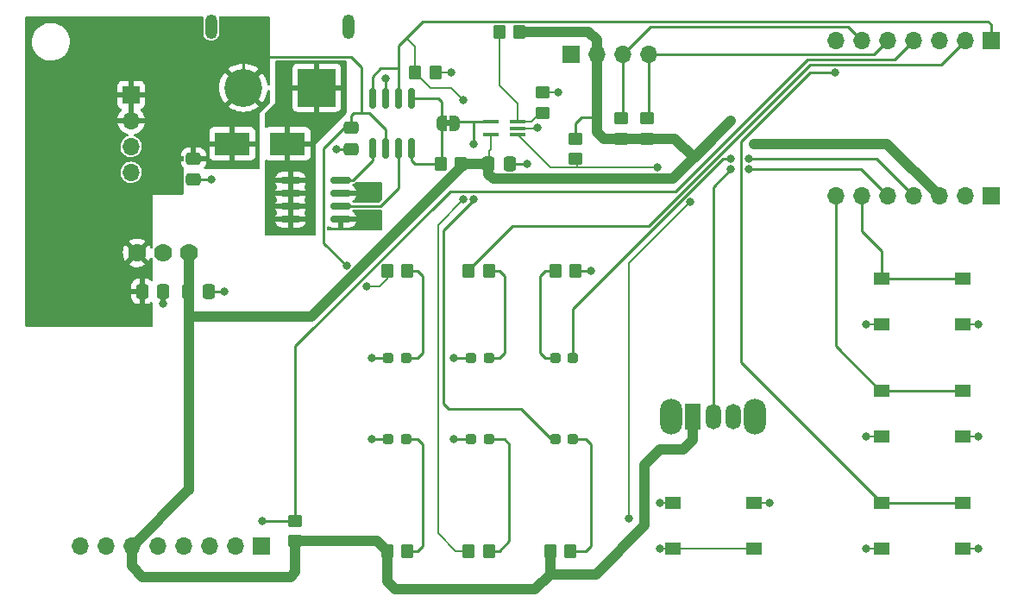
<source format=gbr>
%TF.GenerationSoftware,KiCad,Pcbnew,(6.0.4)*%
%TF.CreationDate,2022-12-15T09:54:16-05:00*%
%TF.ProjectId,HPcontroller,4850636f-6e74-4726-9f6c-6c65722e6b69,rev?*%
%TF.SameCoordinates,Original*%
%TF.FileFunction,Copper,L1,Top*%
%TF.FilePolarity,Positive*%
%FSLAX46Y46*%
G04 Gerber Fmt 4.6, Leading zero omitted, Abs format (unit mm)*
G04 Created by KiCad (PCBNEW (6.0.4)) date 2022-12-15 09:54:16*
%MOMM*%
%LPD*%
G01*
G04 APERTURE LIST*
G04 Aperture macros list*
%AMRoundRect*
0 Rectangle with rounded corners*
0 $1 Rounding radius*
0 $2 $3 $4 $5 $6 $7 $8 $9 X,Y pos of 4 corners*
0 Add a 4 corners polygon primitive as box body*
4,1,4,$2,$3,$4,$5,$6,$7,$8,$9,$2,$3,0*
0 Add four circle primitives for the rounded corners*
1,1,$1+$1,$2,$3*
1,1,$1+$1,$4,$5*
1,1,$1+$1,$6,$7*
1,1,$1+$1,$8,$9*
0 Add four rect primitives between the rounded corners*
20,1,$1+$1,$2,$3,$4,$5,0*
20,1,$1+$1,$4,$5,$6,$7,0*
20,1,$1+$1,$6,$7,$8,$9,0*
20,1,$1+$1,$8,$9,$2,$3,0*%
%AMFreePoly0*
4,1,22,0.500000,-0.750000,0.000000,-0.750000,0.000000,-0.745033,-0.079941,-0.743568,-0.215256,-0.701293,-0.333266,-0.622738,-0.424486,-0.514219,-0.481581,-0.384460,-0.499164,-0.250000,-0.500000,-0.250000,-0.500000,0.250000,-0.499164,0.250000,-0.499963,0.256109,-0.478152,0.396186,-0.417904,0.524511,-0.324060,0.630769,-0.204165,0.706417,-0.067858,0.745374,0.000000,0.744959,0.000000,0.750000,
0.500000,0.750000,0.500000,-0.750000,0.500000,-0.750000,$1*%
%AMFreePoly1*
4,1,20,0.000000,0.744959,0.073905,0.744508,0.209726,0.703889,0.328688,0.626782,0.421226,0.519385,0.479903,0.390333,0.500000,0.250000,0.500000,-0.250000,0.499851,-0.262216,0.476331,-0.402017,0.414519,-0.529596,0.319384,-0.634700,0.198574,-0.708877,0.061801,-0.746166,0.000000,-0.745033,0.000000,-0.750000,-0.500000,-0.750000,-0.500000,0.750000,0.000000,0.750000,0.000000,0.744959,
0.000000,0.744959,$1*%
G04 Aperture macros list end*
%TA.AperFunction,SMDPad,CuDef*%
%ADD10RoundRect,0.250000X-0.337500X-0.475000X0.337500X-0.475000X0.337500X0.475000X-0.337500X0.475000X0*%
%TD*%
%TA.AperFunction,SMDPad,CuDef*%
%ADD11RoundRect,0.250000X0.350000X0.450000X-0.350000X0.450000X-0.350000X-0.450000X0.350000X-0.450000X0*%
%TD*%
%TA.AperFunction,SMDPad,CuDef*%
%ADD12R,1.550000X1.300000*%
%TD*%
%TA.AperFunction,SMDPad,CuDef*%
%ADD13RoundRect,0.250000X0.450000X-0.350000X0.450000X0.350000X-0.450000X0.350000X-0.450000X-0.350000X0*%
%TD*%
%TA.AperFunction,SMDPad,CuDef*%
%ADD14RoundRect,0.237500X-0.287500X-0.237500X0.287500X-0.237500X0.287500X0.237500X-0.287500X0.237500X0*%
%TD*%
%TA.AperFunction,SMDPad,CuDef*%
%ADD15RoundRect,0.250000X-0.350000X-0.450000X0.350000X-0.450000X0.350000X0.450000X-0.350000X0.450000X0*%
%TD*%
%TA.AperFunction,SMDPad,CuDef*%
%ADD16RoundRect,0.150000X0.825000X0.150000X-0.825000X0.150000X-0.825000X-0.150000X0.825000X-0.150000X0*%
%TD*%
%TA.AperFunction,ComponentPad*%
%ADD17O,2.200000X3.500000*%
%TD*%
%TA.AperFunction,ComponentPad*%
%ADD18R,1.500000X2.500000*%
%TD*%
%TA.AperFunction,ComponentPad*%
%ADD19O,1.500000X2.500000*%
%TD*%
%TA.AperFunction,SMDPad,CuDef*%
%ADD20RoundRect,0.250000X-0.450000X0.350000X-0.450000X-0.350000X0.450000X-0.350000X0.450000X0.350000X0*%
%TD*%
%TA.AperFunction,SMDPad,CuDef*%
%ADD21FreePoly0,180.000000*%
%TD*%
%TA.AperFunction,SMDPad,CuDef*%
%ADD22FreePoly1,180.000000*%
%TD*%
%TA.AperFunction,ComponentPad*%
%ADD23R,1.700000X1.700000*%
%TD*%
%TA.AperFunction,ComponentPad*%
%ADD24O,1.700000X1.700000*%
%TD*%
%TA.AperFunction,SMDPad,CuDef*%
%ADD25RoundRect,0.150000X-0.150000X0.825000X-0.150000X-0.825000X0.150000X-0.825000X0.150000X0.825000X0*%
%TD*%
%TA.AperFunction,SMDPad,CuDef*%
%ADD26R,1.500000X0.400000*%
%TD*%
%TA.AperFunction,SMDPad,CuDef*%
%ADD27RoundRect,0.250000X-0.475000X0.337500X-0.475000X-0.337500X0.475000X-0.337500X0.475000X0.337500X0*%
%TD*%
%TA.AperFunction,SMDPad,CuDef*%
%ADD28R,3.500000X2.300000*%
%TD*%
%TA.AperFunction,ComponentPad*%
%ADD29C,1.778000*%
%TD*%
%TA.AperFunction,ComponentPad*%
%ADD30R,3.716000X3.716000*%
%TD*%
%TA.AperFunction,ComponentPad*%
%ADD31C,3.716000*%
%TD*%
%TA.AperFunction,ComponentPad*%
%ADD32O,1.200000X2.400000*%
%TD*%
%TA.AperFunction,ViaPad*%
%ADD33C,0.800000*%
%TD*%
%TA.AperFunction,Conductor*%
%ADD34C,0.250000*%
%TD*%
%TA.AperFunction,Conductor*%
%ADD35C,0.200000*%
%TD*%
%TA.AperFunction,Conductor*%
%ADD36C,0.500000*%
%TD*%
%TA.AperFunction,Conductor*%
%ADD37C,1.000000*%
%TD*%
G04 APERTURE END LIST*
%TO.C,R9*%
G36*
X115750000Y-61300000D02*
G01*
X115250000Y-61300000D01*
X115250000Y-60700000D01*
X115750000Y-60700000D01*
X115750000Y-61300000D01*
G37*
%TD*%
D10*
%TO.P,C3,1*%
%TO.N,+3V3*%
X89962500Y-77500000D03*
%TO.P,C3,2*%
%TO.N,GND*%
X92037500Y-77500000D03*
%TD*%
D11*
%TO.P,R10,1*%
%TO.N,+3V3*%
X116750000Y-65000000D03*
%TO.P,R10,2*%
%TO.N,Net-(R10-Pad2)*%
X114750000Y-65000000D03*
%TD*%
D12*
%TO.P,SWINC1,1,A*%
%TO.N,/INC*%
X158020000Y-76250000D03*
X165980000Y-76250000D03*
%TO.P,SWINC1,2,B*%
%TO.N,GND*%
X158020000Y-80750000D03*
X165980000Y-80750000D03*
%TD*%
D13*
%TO.P,R3,1*%
%TO.N,+3V3*%
X135000000Y-62500000D03*
%TO.P,R3,2*%
%TO.N,/SDA*%
X135000000Y-60500000D03*
%TD*%
D14*
%TO.P,D_HEAT1,1,K*%
%TO.N,GND*%
X117750000Y-92000000D03*
%TO.P,D_HEAT1,2,A*%
%TO.N,Net-(D_HEAT1-Pad2)*%
X119500000Y-92000000D03*
%TD*%
D15*
%TO.P,R4,1*%
%TO.N,VCC*%
X109500000Y-75500000D03*
%TO.P,R4,2*%
%TO.N,Net-(D_PD_POW1-Pad2)*%
X111500000Y-75500000D03*
%TD*%
D13*
%TO.P,R12,1*%
%TO.N,Net-(R12-Pad1)*%
X124750000Y-60000000D03*
%TO.P,R12,2*%
%TO.N,GND*%
X124750000Y-58000000D03*
%TD*%
D15*
%TO.P,R1,1*%
%TO.N,Net-(R1-Pad1)*%
X117500000Y-75500000D03*
%TO.P,R1,2*%
%TO.N,Net-(D_HOT1-Pad2)*%
X119500000Y-75500000D03*
%TD*%
D12*
%TO.P,SWRST1,1,A*%
%TO.N,GND*%
X145480000Y-98250000D03*
X137520000Y-98250000D03*
%TO.P,SWRST1,2,B*%
%TO.N,/ThermalProtector/THM_PROT_RES*%
X145480000Y-102750000D03*
X137520000Y-102750000D03*
%TD*%
D11*
%TO.P,RTHERM1,1*%
%TO.N,+3V3*%
X122500000Y-52000000D03*
%TO.P,RTHERM1,2*%
%TO.N,Net-(R12-Pad1)*%
X120500000Y-52000000D03*
%TD*%
D16*
%TO.P,Q1,1,S*%
%TO.N,GND*%
X104975000Y-70405000D03*
%TO.P,Q1,2,G*%
%TO.N,/OUTA*%
X104975000Y-69135000D03*
%TO.P,Q1,3,S*%
%TO.N,GND*%
X104975000Y-67865000D03*
%TO.P,Q1,4,G*%
%TO.N,/OUTB*%
X104975000Y-66595000D03*
%TO.P,Q1,5,D*%
%TO.N,Net-(D1-Pad2)*%
X100025000Y-66595000D03*
%TO.P,Q1,6,D*%
X100025000Y-67865000D03*
%TO.P,Q1,7,D*%
X100025000Y-69135000D03*
%TO.P,Q1,8,D*%
X100025000Y-70405000D03*
%TD*%
D17*
%TO.P,SWMODE1,*%
%TO.N,*%
X145600000Y-89797500D03*
X137400000Y-89797500D03*
D18*
%TO.P,SWMODE1,1,A*%
%TO.N,+3V3*%
X139500000Y-89797500D03*
D19*
%TO.P,SWMODE1,2,B*%
%TO.N,/MODE*%
X141500000Y-89797500D03*
%TO.P,SWMODE1,3,C*%
%TO.N,GND*%
X143500000Y-89797500D03*
%TD*%
D20*
%TO.P,R15,1*%
%TO.N,+3V3*%
X128000000Y-62500000D03*
%TO.P,R15,2*%
%TO.N,/ThermalProtector/THM_PROT_RES*%
X128000000Y-64500000D03*
%TD*%
D14*
%TO.P,D_HOT1,1,K*%
%TO.N,GND*%
X117750000Y-84000000D03*
%TO.P,D_HOT1,2,A*%
%TO.N,Net-(D_HOT1-Pad2)*%
X119500000Y-84000000D03*
%TD*%
D15*
%TO.P,R13,1*%
%TO.N,+3V3*%
X125500000Y-103000000D03*
%TO.P,R13,2*%
%TO.N,Net-(D_RTD1-Pad2)*%
X127500000Y-103000000D03*
%TD*%
D13*
%TO.P,R2,1*%
%TO.N,+3V3*%
X132500000Y-62500000D03*
%TO.P,R2,2*%
%TO.N,/SCL*%
X132500000Y-60500000D03*
%TD*%
D21*
%TO.P,R9,1*%
%TO.N,/ThermalProtector/THM_PROT_OUT*%
X116150000Y-61000000D03*
D22*
%TO.P,R9,2*%
%TO.N,Net-(R10-Pad2)*%
X114850000Y-61000000D03*
%TD*%
D23*
%TO.P,J1,1,Pin_1*%
%TO.N,VCC*%
X84375000Y-58200000D03*
D24*
X84375000Y-60740000D03*
%TO.P,J1,2,Pin_2*%
%TO.N,GND*%
X84375000Y-63280000D03*
X84375000Y-65820000D03*
%TD*%
D10*
%TO.P,C2,1*%
%TO.N,VCC*%
X85462500Y-77500000D03*
%TO.P,C2,2*%
%TO.N,GND*%
X87537500Y-77500000D03*
%TD*%
D12*
%TO.P,SWDEC1,1,A*%
%TO.N,/DEC*%
X165980000Y-87250000D03*
X158020000Y-87250000D03*
%TO.P,SWDEC1,2,B*%
%TO.N,GND*%
X165980000Y-91750000D03*
X158020000Y-91750000D03*
%TD*%
D23*
%TO.P,U5,1,GND*%
%TO.N,GND*%
X127525000Y-54200000D03*
D24*
%TO.P,U5,2,VCC*%
%TO.N,+3V3*%
X130065000Y-54200000D03*
%TO.P,U5,3,SCL*%
%TO.N,/SCL*%
X132605000Y-54200000D03*
%TO.P,U5,4,SDA*%
%TO.N,/SDA*%
X135145000Y-54200000D03*
%TD*%
D14*
%TO.P,D_RTD1,1,K*%
%TO.N,/ThermalProtector/THM_PROT_OUT*%
X126000000Y-92000000D03*
%TO.P,D_RTD1,2,A*%
%TO.N,Net-(D_RTD1-Pad2)*%
X127750000Y-92000000D03*
%TD*%
%TO.P,D_RUN1,1,K*%
%TO.N,Net-(D_RUN1-Pad1)*%
X126000000Y-84000000D03*
%TO.P,D_RUN1,2,A*%
%TO.N,Net-(D_RUN1-Pad2)*%
X127750000Y-84000000D03*
%TD*%
D10*
%TO.P,C5,1*%
%TO.N,+3V3*%
X119462500Y-65000000D03*
%TO.P,C5,2*%
%TO.N,GND*%
X121537500Y-65000000D03*
%TD*%
D15*
%TO.P,R8,1*%
%TO.N,/FET_DRIVE*%
X117500000Y-103000000D03*
%TO.P,R8,2*%
%TO.N,Net-(D_HEAT1-Pad2)*%
X119500000Y-103000000D03*
%TD*%
D25*
%TO.P,U2,1,ENA*%
%TO.N,Net-(R10-Pad2)*%
X111905000Y-58525000D03*
%TO.P,U2,2,INA*%
%TO.N,/FET_DRIVE*%
X110635000Y-58525000D03*
%TO.P,U2,3,GND*%
%TO.N,GND*%
X109365000Y-58525000D03*
%TO.P,U2,4,INB*%
%TO.N,/FET_DRIVE*%
X108095000Y-58525000D03*
%TO.P,U2,5,OUTB*%
%TO.N,/OUTB*%
X108095000Y-63475000D03*
%TO.P,U2,6,VDD*%
%TO.N,VCC*%
X109365000Y-63475000D03*
%TO.P,U2,7,OUTA*%
%TO.N,/OUTA*%
X110635000Y-63475000D03*
%TO.P,U2,8,ENB*%
%TO.N,Net-(R10-Pad2)*%
X111905000Y-63475000D03*
%TD*%
D15*
%TO.P,R6,1*%
%TO.N,Net-(D_RUN1-Pad1)*%
X126000000Y-75500000D03*
%TO.P,R6,2*%
%TO.N,GND*%
X128000000Y-75500000D03*
%TD*%
D26*
%TO.P,U3,1,HTH*%
%TO.N,/ThermalProtector/THM_PROT_RES*%
X122330000Y-62150000D03*
%TO.P,U3,2,GND*%
%TO.N,GND*%
X122330000Y-61500000D03*
%TO.P,U3,3,LTH*%
%TO.N,Net-(R12-Pad1)*%
X122330000Y-60850000D03*
%TO.P,U3,4,OUT*%
%TO.N,/ThermalProtector/THM_PROT_OUT*%
X119670000Y-60850000D03*
%TO.P,U3,5,VDD*%
%TO.N,+3V3*%
X119670000Y-62150000D03*
%TD*%
D23*
%TO.P,U1,1,A0*%
%TO.N,/FET_DRIVE*%
X168778000Y-52880000D03*
D24*
%TO.P,U1,2,A1*%
%TO.N,Net-(R1-Pad1)*%
X166238000Y-52880000D03*
%TO.P,U1,3,A2*%
%TO.N,unconnected-(U1-Pad3)*%
X163698000Y-52880000D03*
%TO.P,U1,4,A3*%
%TO.N,/OW_DATA*%
X161158000Y-52880000D03*
%TO.P,U1,5,SDA*%
%TO.N,/SDA*%
X158618000Y-52880000D03*
%TO.P,U1,6,SCL*%
%TO.N,/SCL*%
X156078000Y-52880000D03*
%TO.P,U1,7,TX*%
%TO.N,/RUN*%
X153538000Y-52880000D03*
%TO.P,U1,8,RX*%
%TO.N,/DEC*%
X153538000Y-68120000D03*
%TO.P,U1,9,SCK*%
%TO.N,/INC*%
X156078000Y-68120000D03*
%TO.P,U1,10,MISO*%
%TO.N,/MODE*%
X158618000Y-68120000D03*
%TO.P,U1,11,MOSI*%
%TO.N,Net-(D_RUN1-Pad2)*%
X161158000Y-68120000D03*
%TO.P,U1,12,3v3*%
%TO.N,+3V3*%
X163698000Y-68120000D03*
%TO.P,U1,13,GND*%
%TO.N,GND*%
X166238000Y-68120000D03*
D23*
%TO.P,U1,14,5V*%
%TO.N,unconnected-(U1-Pad14)*%
X168778000Y-68120000D03*
%TD*%
%TO.P,U6,1,DATA*%
%TO.N,/OW_DATA*%
X97160000Y-102500000D03*
D24*
%TO.P,U6,2,A3*%
%TO.N,unconnected-(U6-Pad2)*%
X94620000Y-102500000D03*
%TO.P,U6,3,A2*%
%TO.N,unconnected-(U6-Pad3)*%
X92080000Y-102500000D03*
%TO.P,U6,4,A2*%
%TO.N,unconnected-(U6-Pad4)*%
X89540000Y-102500000D03*
%TO.P,U6,5,A0*%
%TO.N,unconnected-(U6-Pad5)*%
X87000000Y-102500000D03*
%TO.P,U6,6,3v3*%
%TO.N,+3V3*%
X84460000Y-102500000D03*
%TO.P,U6,7,VIN*%
%TO.N,unconnected-(U6-Pad7)*%
X81920000Y-102500000D03*
%TO.P,U6,8,GND*%
%TO.N,GND*%
X79380000Y-102500000D03*
%TD*%
D27*
%TO.P,C1,1*%
%TO.N,VCC*%
X90500000Y-64462500D03*
%TO.P,C1,2*%
%TO.N,GND*%
X90500000Y-66537500D03*
%TD*%
D28*
%TO.P,D1,1,K*%
%TO.N,VCC*%
X94300000Y-63000000D03*
%TO.P,D1,2,A*%
%TO.N,Net-(D1-Pad2)*%
X99700000Y-63000000D03*
%TD*%
D15*
%TO.P,R7,1*%
%TO.N,/FET_DRIVE*%
X112250000Y-56000000D03*
%TO.P,R7,2*%
%TO.N,GND*%
X114250000Y-56000000D03*
%TD*%
D29*
%TO.P,U4,1,+Vin*%
%TO.N,VCC*%
X84960000Y-73714000D03*
%TO.P,U4,2,GND*%
%TO.N,GND*%
X87500000Y-73714000D03*
%TO.P,U4,3,+Vout_3v3*%
%TO.N,+3V3*%
X90040000Y-73714000D03*
%TD*%
D14*
%TO.P,D_3V3_POW1,1,K*%
%TO.N,GND*%
X109625000Y-92000000D03*
%TO.P,D_3V3_POW1,2,A*%
%TO.N,Net-(D_3V3_POW1-Pad2)*%
X111375000Y-92000000D03*
%TD*%
D12*
%TO.P,SWRUN1,1,A*%
%TO.N,/RUN*%
X158020000Y-98250000D03*
X165980000Y-98250000D03*
%TO.P,SWRUN1,2,B*%
%TO.N,GND*%
X158020000Y-102750000D03*
X165980000Y-102750000D03*
%TD*%
D15*
%TO.P,R5,1*%
%TO.N,+3V3*%
X109500000Y-103000000D03*
%TO.P,R5,2*%
%TO.N,Net-(D_3V3_POW1-Pad2)*%
X111500000Y-103000000D03*
%TD*%
D14*
%TO.P,D_PD_POW1,1,K*%
%TO.N,GND*%
X109625000Y-84000000D03*
%TO.P,D_PD_POW1,2,A*%
%TO.N,Net-(D_PD_POW1-Pad2)*%
X111375000Y-84000000D03*
%TD*%
D13*
%TO.P,R14,1*%
%TO.N,+3V3*%
X100500000Y-102000000D03*
%TO.P,R14,2*%
%TO.N,/OW_DATA*%
X100500000Y-100000000D03*
%TD*%
D27*
%TO.P,C4,1*%
%TO.N,VCC*%
X106000000Y-61462500D03*
%TO.P,C4,2*%
%TO.N,GND*%
X106000000Y-63537500D03*
%TD*%
D30*
%TO.P,R11,1*%
%TO.N,Net-(D1-Pad2)*%
X102600000Y-57500000D03*
D31*
%TO.P,R11,2*%
%TO.N,VCC*%
X95400000Y-57500000D03*
D32*
%TO.P,R11,S1*%
%TO.N,N/C*%
X105750000Y-51500000D03*
%TO.P,R11,S2*%
X92250000Y-51500000D03*
%TD*%
D33*
%TO.N,VCC*%
X105500000Y-75000000D03*
X107500000Y-77000000D03*
%TO.N,GND*%
X116000000Y-84000000D03*
X123250000Y-65000000D03*
X156500000Y-80750000D03*
X107000000Y-67250000D03*
X167500000Y-102750000D03*
X156500000Y-91750000D03*
X124250000Y-61450500D03*
X136250000Y-98250000D03*
X116000000Y-92000000D03*
X156500000Y-102750000D03*
X87500000Y-78731250D03*
X126250000Y-58000000D03*
X167500000Y-80750000D03*
X92231250Y-66500000D03*
X108000000Y-84000000D03*
X108500000Y-68250000D03*
X107000000Y-70000000D03*
X147000000Y-98250000D03*
X107000000Y-71000000D03*
X109365000Y-56635000D03*
X93500000Y-77500000D03*
X104537500Y-63537500D03*
X129500000Y-75500000D03*
X108500000Y-67250000D03*
X108500000Y-70000000D03*
X167500000Y-91750000D03*
X108472536Y-70972536D03*
X115750000Y-56000000D03*
X108000000Y-92000000D03*
X107000000Y-68250000D03*
%TO.N,+3V3*%
X143250000Y-60750002D03*
X145500000Y-63000000D03*
%TO.N,/ThermalProtector/THM_PROT_OUT*%
X118000000Y-68500000D03*
X118000001Y-63000001D03*
%TO.N,Net-(D_RUN1-Pad2)*%
X143250000Y-64500000D03*
X145000000Y-64500000D03*
%TO.N,/FET_DRIVE*%
X117000000Y-68500000D03*
X117000000Y-58750000D03*
%TO.N,/OW_DATA*%
X97250000Y-100000000D03*
%TO.N,/MODE*%
X143250000Y-65500000D03*
X145000000Y-65500000D03*
%TO.N,/RUN*%
X153500000Y-56000000D03*
%TO.N,/ThermalProtector/THM_PROT_RES*%
X136000000Y-65325020D03*
X136250000Y-102750000D03*
X133250000Y-99750000D03*
X139250000Y-68750000D03*
%TD*%
D34*
%TO.N,VCC*%
X106000000Y-61462500D02*
X105287500Y-61462500D01*
X106000000Y-60250000D02*
X106250000Y-60000000D01*
D35*
X109500000Y-76250000D02*
X108750000Y-77000000D01*
D34*
X106250000Y-60000000D02*
X107000000Y-60000000D01*
X109365000Y-61615000D02*
X107750000Y-60000000D01*
X95400000Y-55100000D02*
X95400000Y-57500000D01*
X107750000Y-60000000D02*
X107000000Y-60000000D01*
X107000000Y-60000000D02*
X107000000Y-55500000D01*
X103250000Y-63500000D02*
X103250000Y-72750000D01*
X106000000Y-61462500D02*
X106000000Y-60250000D01*
X106000000Y-54500000D02*
X96000000Y-54500000D01*
X103250000Y-72750000D02*
X105500000Y-75000000D01*
X105287500Y-61462500D02*
X103250000Y-63500000D01*
X96000000Y-54500000D02*
X95400000Y-55100000D01*
D35*
X109500000Y-75500000D02*
X109500000Y-76250000D01*
D34*
X109365000Y-63475000D02*
X109365000Y-61615000D01*
D35*
X108750000Y-77000000D02*
X107500000Y-77000000D01*
D34*
X107000000Y-55500000D02*
X106000000Y-54500000D01*
%TO.N,GND*%
X109625000Y-92000000D02*
X108000000Y-92000000D01*
D35*
X114250000Y-56000000D02*
X115750000Y-56000000D01*
D34*
X121537500Y-65000000D02*
X123250000Y-65000000D01*
D35*
X165980000Y-91750000D02*
X167500000Y-91750000D01*
D34*
X106000000Y-63537500D02*
X104537500Y-63537500D01*
D35*
X124200500Y-61500000D02*
X124250000Y-61450500D01*
D34*
X117750000Y-92000000D02*
X116500000Y-92000000D01*
D35*
X165980000Y-102750000D02*
X167500000Y-102750000D01*
X124750000Y-58000000D02*
X126250000Y-58000000D01*
D34*
X117750000Y-84000000D02*
X116000000Y-84000000D01*
X109365000Y-58525000D02*
X109365000Y-56635000D01*
D35*
X165980000Y-80750000D02*
X167500000Y-80750000D01*
D34*
X93250000Y-77500000D02*
X93500000Y-77500000D01*
X90768750Y-66500000D02*
X92231250Y-66500000D01*
D35*
X137520000Y-98250000D02*
X136250000Y-98250000D01*
X158020000Y-80750000D02*
X156500000Y-80750000D01*
X158020000Y-91750000D02*
X156500000Y-91750000D01*
D34*
X109625000Y-84000000D02*
X108000000Y-84000000D01*
X116500000Y-92000000D02*
X116000000Y-92000000D01*
D35*
X158020000Y-102750000D02*
X156500000Y-102750000D01*
D34*
X128000000Y-75500000D02*
X129500000Y-75500000D01*
D35*
X122330000Y-61500000D02*
X124200500Y-61500000D01*
D36*
X87500000Y-77268750D02*
X87500000Y-78731250D01*
D35*
X145480000Y-98250000D02*
X147000000Y-98250000D01*
D34*
X92037500Y-77500000D02*
X93250000Y-77500000D01*
%TO.N,+3V3*%
X128000000Y-62500000D02*
X128000000Y-61000000D01*
D37*
X143250000Y-60750000D02*
X143250000Y-60750002D01*
X90000000Y-97000000D02*
X84460000Y-102540000D01*
X109500000Y-103000000D02*
X109500000Y-106000000D01*
X100500000Y-105000000D02*
X100500000Y-102000000D01*
X124000000Y-106750000D02*
X125500000Y-105250000D01*
X119462500Y-65000000D02*
X119462500Y-65962500D01*
X135000000Y-62500000D02*
X137750000Y-62500000D01*
X158578000Y-63000000D02*
X145500000Y-63000000D01*
X110250000Y-106750000D02*
X124000000Y-106750000D01*
X90040000Y-96960000D02*
X90040000Y-73714000D01*
X109500000Y-106000000D02*
X110250000Y-106750000D01*
X125500000Y-105250000D02*
X125500000Y-103000000D01*
X139500000Y-92047500D02*
X139500000Y-89797500D01*
D35*
X119670000Y-63580000D02*
X119500000Y-63750000D01*
D37*
X122500000Y-52000000D02*
X129250000Y-52000000D01*
X125500000Y-105250000D02*
X130000000Y-105250000D01*
X100500000Y-102000000D02*
X108500000Y-102000000D01*
X84460000Y-104460000D02*
X85500000Y-105500000D01*
X136250000Y-93000000D02*
X138547500Y-93000000D01*
D35*
X119670000Y-62150000D02*
X119670000Y-63580000D01*
X119500000Y-63750000D02*
X119500000Y-64962500D01*
D37*
X130065000Y-61815000D02*
X130750000Y-62500000D01*
X130065000Y-54200000D02*
X130065000Y-60435000D01*
X100000000Y-105500000D02*
X100500000Y-105000000D01*
X134750000Y-94500000D02*
X136250000Y-93000000D01*
X137575480Y-66424520D02*
X143250000Y-60750000D01*
X163698000Y-68120000D02*
X158578000Y-63000000D01*
X116750000Y-65304930D02*
X116750000Y-65000000D01*
X85500000Y-105500000D02*
X100000000Y-105500000D01*
X119924520Y-66424520D02*
X137575480Y-66424520D01*
X130000000Y-105250000D02*
X134750000Y-100500000D01*
D35*
X119500000Y-64962500D02*
X119462500Y-65000000D01*
D37*
X138547500Y-93000000D02*
X139500000Y-92047500D01*
X116750000Y-65000000D02*
X119462500Y-65000000D01*
X84460000Y-102500000D02*
X84460000Y-104460000D01*
D34*
X128000000Y-61000000D02*
X128565000Y-60435000D01*
D37*
X119462500Y-65962500D02*
X119924520Y-66424520D01*
X90040000Y-79962500D02*
X102092430Y-79962500D01*
X134750000Y-100500000D02*
X134750000Y-94500000D01*
X130065000Y-52815000D02*
X130065000Y-54200000D01*
X135000000Y-62500000D02*
X132500000Y-62500000D01*
X139625000Y-64375000D02*
X143250000Y-60750000D01*
X137750000Y-62500000D02*
X139625000Y-64375000D01*
D34*
X128565000Y-60435000D02*
X130065000Y-60435000D01*
D37*
X108500000Y-102000000D02*
X109500000Y-103000000D01*
X102092430Y-79962500D02*
X116750000Y-65304930D01*
X129250000Y-52000000D02*
X130065000Y-52815000D01*
X130750000Y-62500000D02*
X132500000Y-62500000D01*
X130065000Y-60435000D02*
X130065000Y-61815000D01*
D34*
%TO.N,Net-(D_3V3_POW1-Pad2)*%
X113000000Y-102500000D02*
X112500000Y-103000000D01*
X112500000Y-103000000D02*
X111500000Y-103000000D01*
X111375000Y-92000000D02*
X112500000Y-92000000D01*
X113000000Y-92500000D02*
X113000000Y-102500000D01*
X112500000Y-92000000D02*
X113000000Y-92500000D01*
%TO.N,Net-(D_HEAT1-Pad2)*%
X120500000Y-103000000D02*
X121500000Y-102000000D01*
X121000000Y-92000000D02*
X119500000Y-92000000D01*
X119500000Y-103000000D02*
X120500000Y-103000000D01*
X121500000Y-102000000D02*
X121500000Y-92500000D01*
X121500000Y-92500000D02*
X121000000Y-92000000D01*
%TO.N,Net-(D_HOT1-Pad2)*%
X121000000Y-83500000D02*
X120500000Y-84000000D01*
X120500000Y-75500000D02*
X121000000Y-76000000D01*
X120500000Y-84000000D02*
X119500000Y-84000000D01*
X119500000Y-75500000D02*
X120500000Y-75500000D01*
X121000000Y-76000000D02*
X121000000Y-83500000D01*
%TO.N,Net-(D_PD_POW1-Pad2)*%
X113000000Y-83500000D02*
X112500000Y-84000000D01*
X112500000Y-75500000D02*
X113000000Y-76000000D01*
X113000000Y-76000000D02*
X113000000Y-83500000D01*
X112500000Y-84000000D02*
X111375000Y-84000000D01*
X111500000Y-75500000D02*
X112500000Y-75500000D01*
%TO.N,/ThermalProtector/THM_PROT_OUT*%
X122625000Y-89000000D02*
X115500000Y-89000000D01*
X115000000Y-88500000D02*
X115000000Y-71524600D01*
X116300000Y-60850000D02*
X119670000Y-60850000D01*
X116150000Y-61000000D02*
X116300000Y-60850000D01*
X115500000Y-89000000D02*
X115000000Y-88500000D01*
X118000000Y-68524600D02*
X118000000Y-68500000D01*
X118000001Y-60850000D02*
X118000001Y-63000001D01*
X119670000Y-60850000D02*
X118000001Y-60850000D01*
X126000000Y-92000000D02*
X125625000Y-92000000D01*
X115000000Y-71524600D02*
X118000000Y-68524600D01*
X125625000Y-92000000D02*
X122625000Y-89000000D01*
%TO.N,Net-(D_RTD1-Pad2)*%
X127750000Y-92000000D02*
X129000000Y-92000000D01*
X129500000Y-92500000D02*
X129500000Y-102500000D01*
X129000000Y-103000000D02*
X127500000Y-103000000D01*
X129500000Y-102500000D02*
X129000000Y-103000000D01*
X129000000Y-92000000D02*
X129500000Y-92500000D01*
%TO.N,Net-(D_RUN1-Pad1)*%
X126000000Y-75500000D02*
X125000000Y-75500000D01*
X125000000Y-75500000D02*
X124500000Y-76000000D01*
X124500000Y-76000000D02*
X124500000Y-83500000D01*
X125000000Y-84000000D02*
X126000000Y-84000000D01*
X124500000Y-83500000D02*
X125000000Y-84000000D01*
%TO.N,Net-(D_RUN1-Pad2)*%
X161158000Y-68120000D02*
X157538000Y-64500000D01*
X127750000Y-84000000D02*
X127750000Y-79225400D01*
X127750000Y-79225400D02*
X142475400Y-64500000D01*
X157538000Y-64500000D02*
X145000000Y-64500000D01*
X142475400Y-64500000D02*
X143250000Y-64500000D01*
%TO.N,/OUTA*%
X110635000Y-67365000D02*
X110635000Y-63475000D01*
X104975000Y-69135000D02*
X108865000Y-69135000D01*
X108865000Y-69135000D02*
X110635000Y-67365000D01*
%TO.N,/OUTB*%
X108095000Y-64655000D02*
X106155000Y-66595000D01*
X108095000Y-63475000D02*
X108095000Y-64655000D01*
X106155000Y-66595000D02*
X104975000Y-66595000D01*
%TO.N,Net-(R1-Pad1)*%
X151000000Y-55250000D02*
X163868000Y-55250000D01*
X163868000Y-55250000D02*
X166238000Y-52880000D01*
X117500000Y-75500000D02*
X117500000Y-75364283D01*
X117500000Y-75364283D02*
X121813803Y-71050480D01*
X121813803Y-71050480D02*
X135199520Y-71050480D01*
X135199520Y-71050480D02*
X151000000Y-55250000D01*
%TO.N,/SCL*%
X132605000Y-60395000D02*
X132500000Y-60500000D01*
X135305000Y-51500000D02*
X154698000Y-51500000D01*
X132605000Y-54200000D02*
X132605000Y-60395000D01*
X154698000Y-51500000D02*
X156078000Y-52880000D01*
X132605000Y-54200000D02*
X135305000Y-51500000D01*
%TO.N,/SDA*%
X158618000Y-52880000D02*
X157248000Y-54250000D01*
X157248000Y-54250000D02*
X135195000Y-54250000D01*
X135000000Y-60500000D02*
X135145000Y-60355000D01*
X135145000Y-60355000D02*
X135145000Y-54200000D01*
X135195000Y-54250000D02*
X135145000Y-54200000D01*
D35*
%TO.N,/FET_DRIVE*%
X117500000Y-103000000D02*
X116250000Y-103000000D01*
D34*
X168778000Y-51278000D02*
X168475480Y-50975480D01*
X108095000Y-56405000D02*
X108885000Y-55615000D01*
X168778000Y-52880000D02*
X168778000Y-51278000D01*
D35*
X114500000Y-101250000D02*
X114500000Y-71000000D01*
D34*
X110635000Y-55615000D02*
X110635000Y-58525000D01*
D35*
X112250000Y-56000000D02*
X113750000Y-57500000D01*
X116250000Y-103000000D02*
X114500000Y-101250000D01*
D34*
X113024520Y-50975480D02*
X111375000Y-52625000D01*
X108885000Y-55615000D02*
X110635000Y-55615000D01*
X108095000Y-58525000D02*
X108095000Y-56405000D01*
D35*
X115750000Y-57500000D02*
X117000000Y-58750000D01*
X112250000Y-56000000D02*
X112250000Y-53500000D01*
X113750000Y-57500000D02*
X115750000Y-57500000D01*
D34*
X168475480Y-50975480D02*
X113024520Y-50975480D01*
D35*
X114500000Y-71000000D02*
X117000000Y-68500000D01*
D34*
X111375000Y-52625000D02*
X110635000Y-53365000D01*
X110635000Y-53365000D02*
X110635000Y-55615000D01*
D35*
X112250000Y-53500000D02*
X111375000Y-52625000D01*
D34*
%TO.N,Net-(R10-Pad2)*%
X114525000Y-58525000D02*
X114850000Y-58850000D01*
X112250000Y-65000000D02*
X115000000Y-65000000D01*
X111905000Y-58525000D02*
X114525000Y-58525000D01*
X111905000Y-63475000D02*
X111905000Y-64655000D01*
X114850000Y-61000000D02*
X114850000Y-64650000D01*
X114850000Y-58850000D02*
X114850000Y-61000000D01*
X114850000Y-64650000D02*
X114500000Y-65000000D01*
X111905000Y-64655000D02*
X112250000Y-65000000D01*
D35*
%TO.N,Net-(R12-Pad1)*%
X123650000Y-60850000D02*
X124500000Y-60000000D01*
X124500000Y-60000000D02*
X124750000Y-60000000D01*
X120500000Y-52000000D02*
X120500000Y-57250000D01*
X122330000Y-59080000D02*
X122330000Y-60850000D01*
X120500000Y-57250000D02*
X122330000Y-59080000D01*
X122330000Y-60850000D02*
X123650000Y-60850000D01*
D34*
%TO.N,/OW_DATA*%
X100500000Y-82887507D02*
X100500000Y-100000000D01*
X100500000Y-100000000D02*
X97250000Y-100000000D01*
X161158000Y-52880000D02*
X159288000Y-54750000D01*
X137775499Y-67724501D02*
X115663006Y-67724501D01*
X159288000Y-54750000D02*
X150750000Y-54750000D01*
X150750000Y-54750000D02*
X137775499Y-67724501D01*
X115663006Y-67724501D02*
X100500000Y-82887507D01*
%TO.N,/MODE*%
X141500000Y-67250000D02*
X143250000Y-65500000D01*
X158618000Y-68120000D02*
X155998000Y-65500000D01*
X155998000Y-65500000D02*
X145000000Y-65500000D01*
X141500000Y-89797500D02*
X141500000Y-67250000D01*
%TO.N,/INC*%
X158020000Y-76250000D02*
X165980000Y-76250000D01*
X156078000Y-68120000D02*
X156078000Y-71578000D01*
X156078000Y-71578000D02*
X158020000Y-73520000D01*
X158020000Y-76250000D02*
X158020000Y-73520000D01*
%TO.N,/DEC*%
X153538000Y-68120000D02*
X153538000Y-82893000D01*
X157895000Y-87250000D02*
X158020000Y-87250000D01*
X158020000Y-87250000D02*
X166500000Y-87250000D01*
X153538000Y-82893000D02*
X157895000Y-87250000D01*
%TO.N,/RUN*%
X158020000Y-98250000D02*
X144250000Y-84480000D01*
X158020000Y-98250000D02*
X165980000Y-98250000D01*
X144250000Y-62750000D02*
X151000000Y-56000000D01*
X144250000Y-84480000D02*
X144250000Y-62750000D01*
X151000000Y-56000000D02*
X153500000Y-56000000D01*
D35*
%TO.N,/ThermalProtector/THM_PROT_RES*%
X137520000Y-102750000D02*
X136250000Y-102750000D01*
X128174980Y-65325020D02*
X128174980Y-64674980D01*
X137520000Y-102750000D02*
X145480000Y-102750000D01*
X128174980Y-64674980D02*
X128000000Y-64500000D01*
X122330000Y-62150000D02*
X125505020Y-65325020D01*
X125505020Y-65325020D02*
X128174980Y-65325020D01*
X139250000Y-68750000D02*
X133250000Y-74750000D01*
X128174980Y-65325020D02*
X136000000Y-65325020D01*
X133250000Y-74750000D02*
X133250000Y-99750000D01*
%TD*%
%TA.AperFunction,Conductor*%
%TO.N,VCC*%
G36*
X89500000Y-63577971D02*
G01*
X89431261Y-63646829D01*
X89422249Y-63658240D01*
X89337184Y-63796243D01*
X89331037Y-63809424D01*
X89279862Y-63963710D01*
X89276995Y-63977086D01*
X89267328Y-64071438D01*
X89267000Y-64077855D01*
X89267000Y-64190385D01*
X89271475Y-64205624D01*
X89272865Y-64206829D01*
X89280548Y-64208500D01*
X89500000Y-64208500D01*
X89500000Y-64716500D01*
X89285116Y-64716500D01*
X89269877Y-64720975D01*
X89268672Y-64722365D01*
X89267001Y-64730048D01*
X89267001Y-64847095D01*
X89267338Y-64853614D01*
X89277257Y-64949206D01*
X89280149Y-64962600D01*
X89331588Y-65116784D01*
X89337761Y-65129962D01*
X89423063Y-65267807D01*
X89432099Y-65279208D01*
X89491616Y-65338622D01*
X89500000Y-65353945D01*
X89500000Y-67874000D01*
X89479998Y-67942121D01*
X89426342Y-67988614D01*
X89374000Y-68000000D01*
X86500000Y-68000000D01*
X86500000Y-73146345D01*
X86479998Y-73214466D01*
X86426342Y-73260959D01*
X86356068Y-73271063D01*
X86291488Y-73241569D01*
X86258450Y-73196587D01*
X86197462Y-73056323D01*
X86192595Y-73047246D01*
X86121268Y-72936993D01*
X86110582Y-72927791D01*
X86101017Y-72932194D01*
X85332021Y-73701189D01*
X85324408Y-73715132D01*
X85324539Y-73716966D01*
X85328790Y-73723580D01*
X86098425Y-74493214D01*
X86110431Y-74499770D01*
X86122170Y-74490802D01*
X86158549Y-74440174D01*
X86163860Y-74431335D01*
X86261043Y-74234701D01*
X86309157Y-74182494D01*
X86377858Y-74164587D01*
X86445335Y-74186666D01*
X86490163Y-74241720D01*
X86500000Y-74290528D01*
X86500000Y-76348887D01*
X86479998Y-76417008D01*
X86426342Y-76463501D01*
X86356068Y-76473605D01*
X86291488Y-76444111D01*
X86284983Y-76438061D01*
X86278172Y-76431262D01*
X86266760Y-76422249D01*
X86128757Y-76337184D01*
X86115576Y-76331037D01*
X85961290Y-76279862D01*
X85947914Y-76276995D01*
X85853562Y-76267328D01*
X85847145Y-76267000D01*
X85734615Y-76267000D01*
X85719376Y-76271475D01*
X85718171Y-76272865D01*
X85716500Y-76280548D01*
X85716500Y-78714884D01*
X85720975Y-78730123D01*
X85722365Y-78731328D01*
X85730048Y-78732999D01*
X85847095Y-78732999D01*
X85853614Y-78732662D01*
X85949206Y-78722743D01*
X85962600Y-78719851D01*
X86116784Y-78668412D01*
X86129962Y-78662239D01*
X86267807Y-78576937D01*
X86279208Y-78567901D01*
X86284826Y-78562273D01*
X86347108Y-78528193D01*
X86417929Y-78533196D01*
X86474802Y-78575692D01*
X86499671Y-78642191D01*
X86500000Y-78651290D01*
X86500000Y-80874000D01*
X86479998Y-80942121D01*
X86426342Y-80988614D01*
X86374000Y-81000000D01*
X74126000Y-81000000D01*
X74057879Y-80979998D01*
X74011386Y-80926342D01*
X74000000Y-80874000D01*
X74000000Y-78022095D01*
X84367001Y-78022095D01*
X84367338Y-78028614D01*
X84377257Y-78124206D01*
X84380149Y-78137600D01*
X84431588Y-78291784D01*
X84437761Y-78304962D01*
X84523063Y-78442807D01*
X84532099Y-78454208D01*
X84646829Y-78568739D01*
X84658240Y-78577751D01*
X84796243Y-78662816D01*
X84809424Y-78668963D01*
X84963710Y-78720138D01*
X84977086Y-78723005D01*
X85071438Y-78732672D01*
X85077854Y-78733000D01*
X85190385Y-78733000D01*
X85205624Y-78728525D01*
X85206829Y-78727135D01*
X85208500Y-78719452D01*
X85208500Y-77772115D01*
X85204025Y-77756876D01*
X85202635Y-77755671D01*
X85194952Y-77754000D01*
X84385116Y-77754000D01*
X84369877Y-77758475D01*
X84368672Y-77759865D01*
X84367001Y-77767548D01*
X84367001Y-78022095D01*
X74000000Y-78022095D01*
X74000000Y-77227885D01*
X84367000Y-77227885D01*
X84371475Y-77243124D01*
X84372865Y-77244329D01*
X84380548Y-77246000D01*
X85190385Y-77246000D01*
X85205624Y-77241525D01*
X85206829Y-77240135D01*
X85208500Y-77232452D01*
X85208500Y-76285116D01*
X85204025Y-76269877D01*
X85202635Y-76268672D01*
X85194952Y-76267001D01*
X85077905Y-76267001D01*
X85071386Y-76267338D01*
X84975794Y-76277257D01*
X84962400Y-76280149D01*
X84808216Y-76331588D01*
X84795038Y-76337761D01*
X84657193Y-76423063D01*
X84645792Y-76432099D01*
X84531261Y-76546829D01*
X84522249Y-76558240D01*
X84437184Y-76696243D01*
X84431037Y-76709424D01*
X84379862Y-76863710D01*
X84376995Y-76877086D01*
X84367328Y-76971438D01*
X84367000Y-76977855D01*
X84367000Y-77227885D01*
X74000000Y-77227885D01*
X74000000Y-74867365D01*
X84171464Y-74867365D01*
X84176745Y-74874420D01*
X84349846Y-74975571D01*
X84359132Y-74980021D01*
X84564083Y-75058283D01*
X84573981Y-75061159D01*
X84788962Y-75104897D01*
X84799190Y-75106116D01*
X85018425Y-75114156D01*
X85028711Y-75113689D01*
X85246320Y-75085813D01*
X85256398Y-75083671D01*
X85466527Y-75020629D01*
X85476125Y-75016868D01*
X85673138Y-74920352D01*
X85681983Y-74915079D01*
X85737209Y-74875686D01*
X85745609Y-74864987D01*
X85738622Y-74851833D01*
X84972811Y-74086021D01*
X84958868Y-74078408D01*
X84957034Y-74078539D01*
X84950420Y-74082790D01*
X84178221Y-74854990D01*
X84171464Y-74867365D01*
X74000000Y-74867365D01*
X74000000Y-73684907D01*
X83558927Y-73684907D01*
X83571557Y-73903932D01*
X83572990Y-73914134D01*
X83621219Y-74128143D01*
X83624302Y-74137983D01*
X83706837Y-74341240D01*
X83711490Y-74350451D01*
X83798098Y-74491780D01*
X83808555Y-74501241D01*
X83817331Y-74497458D01*
X84587979Y-73726811D01*
X84595592Y-73712868D01*
X84595461Y-73711034D01*
X84591210Y-73704420D01*
X83821778Y-72934989D01*
X83810246Y-72928692D01*
X83797964Y-72938315D01*
X83744064Y-73017329D01*
X83738976Y-73026285D01*
X83646611Y-73225270D01*
X83643048Y-73234957D01*
X83584424Y-73446347D01*
X83582493Y-73456468D01*
X83559178Y-73674619D01*
X83558927Y-73684907D01*
X74000000Y-73684907D01*
X74000000Y-72562570D01*
X84173365Y-72562570D01*
X84180108Y-72574897D01*
X84947189Y-73341979D01*
X84961132Y-73349592D01*
X84962966Y-73349461D01*
X84969580Y-73345210D01*
X85741162Y-72573627D01*
X85748179Y-72560776D01*
X85740405Y-72550107D01*
X85739796Y-72549625D01*
X85731210Y-72543921D01*
X85539151Y-72437900D01*
X85529752Y-72433675D01*
X85322950Y-72360443D01*
X85312993Y-72357813D01*
X85097008Y-72319339D01*
X85086757Y-72318370D01*
X84867386Y-72315690D01*
X84857102Y-72316410D01*
X84640251Y-72349592D01*
X84630224Y-72351981D01*
X84421704Y-72420135D01*
X84412195Y-72424132D01*
X84217603Y-72525431D01*
X84208890Y-72530918D01*
X84181819Y-72551244D01*
X84173365Y-72562570D01*
X74000000Y-72562570D01*
X74000000Y-65805262D01*
X83319520Y-65805262D01*
X83336759Y-66010553D01*
X83393544Y-66208586D01*
X83396359Y-66214063D01*
X83396360Y-66214066D01*
X83417247Y-66254707D01*
X83487712Y-66391818D01*
X83615677Y-66553270D01*
X83772564Y-66686791D01*
X83952398Y-66787297D01*
X84047238Y-66818112D01*
X84142471Y-66849056D01*
X84142475Y-66849057D01*
X84148329Y-66850959D01*
X84352894Y-66875351D01*
X84359029Y-66874879D01*
X84359031Y-66874879D01*
X84415039Y-66870569D01*
X84558300Y-66859546D01*
X84564230Y-66857890D01*
X84564232Y-66857890D01*
X84750797Y-66805800D01*
X84750796Y-66805800D01*
X84756725Y-66804145D01*
X84762214Y-66801372D01*
X84762220Y-66801370D01*
X84935116Y-66714033D01*
X84940610Y-66711258D01*
X85102951Y-66584424D01*
X85237564Y-66428472D01*
X85258387Y-66391818D01*
X85336276Y-66254707D01*
X85339323Y-66249344D01*
X85404351Y-66053863D01*
X85430171Y-65849474D01*
X85430583Y-65820000D01*
X85410480Y-65614970D01*
X85350935Y-65417749D01*
X85254218Y-65235849D01*
X85180859Y-65145902D01*
X85127906Y-65080975D01*
X85127903Y-65080972D01*
X85124011Y-65076200D01*
X85106786Y-65061950D01*
X84970025Y-64948811D01*
X84970021Y-64948809D01*
X84965275Y-64944882D01*
X84784055Y-64846897D01*
X84587254Y-64785977D01*
X84581129Y-64785333D01*
X84581128Y-64785333D01*
X84388498Y-64765087D01*
X84388496Y-64765087D01*
X84382369Y-64764443D01*
X84295529Y-64772346D01*
X84183342Y-64782555D01*
X84183339Y-64782556D01*
X84177203Y-64783114D01*
X83979572Y-64841280D01*
X83797002Y-64936726D01*
X83792201Y-64940586D01*
X83792198Y-64940588D01*
X83764821Y-64962600D01*
X83636447Y-65065815D01*
X83504024Y-65223630D01*
X83501056Y-65229028D01*
X83501053Y-65229033D01*
X83440807Y-65338622D01*
X83404776Y-65404162D01*
X83342484Y-65600532D01*
X83341798Y-65606649D01*
X83341797Y-65606653D01*
X83320207Y-65799137D01*
X83319520Y-65805262D01*
X74000000Y-65805262D01*
X74000000Y-61007966D01*
X83043257Y-61007966D01*
X83073565Y-61142446D01*
X83076645Y-61152275D01*
X83156770Y-61349603D01*
X83161413Y-61358794D01*
X83272694Y-61540388D01*
X83278777Y-61548699D01*
X83418213Y-61709667D01*
X83425580Y-61716883D01*
X83589434Y-61852916D01*
X83597881Y-61858831D01*
X83781756Y-61966279D01*
X83791042Y-61970729D01*
X83990001Y-62046703D01*
X84004866Y-62051022D01*
X84004289Y-62053008D01*
X84059260Y-62082082D01*
X84094110Y-62143936D01*
X84089988Y-62214813D01*
X84048201Y-62272209D01*
X84006930Y-62293228D01*
X83985489Y-62299538D01*
X83985484Y-62299540D01*
X83979572Y-62301280D01*
X83797002Y-62396726D01*
X83792201Y-62400586D01*
X83792198Y-62400588D01*
X83781971Y-62408811D01*
X83636447Y-62525815D01*
X83504024Y-62683630D01*
X83501056Y-62689028D01*
X83501053Y-62689033D01*
X83494315Y-62701290D01*
X83404776Y-62864162D01*
X83342484Y-63060532D01*
X83341798Y-63066649D01*
X83341797Y-63066653D01*
X83320207Y-63259137D01*
X83319520Y-63265262D01*
X83336759Y-63470553D01*
X83338458Y-63476478D01*
X83367561Y-63577971D01*
X83393544Y-63668586D01*
X83396359Y-63674063D01*
X83396360Y-63674066D01*
X83484897Y-63846341D01*
X83487712Y-63851818D01*
X83615677Y-64013270D01*
X83772564Y-64146791D01*
X83952398Y-64247297D01*
X84047238Y-64278113D01*
X84142471Y-64309056D01*
X84142475Y-64309057D01*
X84148329Y-64310959D01*
X84352894Y-64335351D01*
X84359029Y-64334879D01*
X84359031Y-64334879D01*
X84415039Y-64330569D01*
X84558300Y-64319546D01*
X84564230Y-64317890D01*
X84564232Y-64317890D01*
X84750797Y-64265800D01*
X84750796Y-64265800D01*
X84756725Y-64264145D01*
X84762214Y-64261372D01*
X84762220Y-64261370D01*
X84935116Y-64174033D01*
X84940610Y-64171258D01*
X85102951Y-64044424D01*
X85237564Y-63888472D01*
X85258387Y-63851818D01*
X85336276Y-63714707D01*
X85339323Y-63709344D01*
X85404351Y-63513863D01*
X85430171Y-63309474D01*
X85430583Y-63280000D01*
X85410480Y-63074970D01*
X85350935Y-62877749D01*
X85254218Y-62695849D01*
X85180859Y-62605902D01*
X85127906Y-62540975D01*
X85127903Y-62540972D01*
X85124011Y-62536200D01*
X85106786Y-62521950D01*
X84970025Y-62408811D01*
X84970021Y-62408809D01*
X84965275Y-62404882D01*
X84784055Y-62306897D01*
X84733183Y-62291150D01*
X84674025Y-62251899D01*
X84645477Y-62186895D01*
X84656605Y-62116776D01*
X84703876Y-62063804D01*
X84734235Y-62050099D01*
X84867255Y-62010191D01*
X84876842Y-62006433D01*
X85068095Y-61912739D01*
X85076945Y-61907464D01*
X85250328Y-61783792D01*
X85258200Y-61777139D01*
X85409052Y-61626812D01*
X85415730Y-61618965D01*
X85540003Y-61446020D01*
X85545313Y-61437183D01*
X85639670Y-61246267D01*
X85643469Y-61236672D01*
X85705377Y-61032910D01*
X85707555Y-61022837D01*
X85708986Y-61011962D01*
X85706775Y-60997778D01*
X85693617Y-60994000D01*
X83058225Y-60994000D01*
X83044694Y-60997973D01*
X83043257Y-61007966D01*
X74000000Y-61007966D01*
X74000000Y-59094669D01*
X83017001Y-59094669D01*
X83017371Y-59101490D01*
X83022895Y-59152352D01*
X83026521Y-59167604D01*
X83071676Y-59288054D01*
X83080214Y-59303649D01*
X83156715Y-59405724D01*
X83169276Y-59418285D01*
X83271351Y-59494786D01*
X83286946Y-59503324D01*
X83396337Y-59544333D01*
X83453101Y-59586975D01*
X83477801Y-59653536D01*
X83462594Y-59722885D01*
X83443201Y-59749366D01*
X83319590Y-59878717D01*
X83313104Y-59886727D01*
X83193098Y-60062649D01*
X83188000Y-60071623D01*
X83098338Y-60264783D01*
X83094775Y-60274470D01*
X83039389Y-60474183D01*
X83040912Y-60482607D01*
X83053292Y-60486000D01*
X84102885Y-60486000D01*
X84118124Y-60481525D01*
X84119329Y-60480135D01*
X84121000Y-60472452D01*
X84121000Y-60467885D01*
X84629000Y-60467885D01*
X84633475Y-60483124D01*
X84634865Y-60484329D01*
X84642548Y-60486000D01*
X85693344Y-60486000D01*
X85706875Y-60482027D01*
X85708180Y-60472947D01*
X85666214Y-60305875D01*
X85662894Y-60296124D01*
X85577972Y-60100814D01*
X85573105Y-60091739D01*
X85457426Y-59912926D01*
X85451136Y-59904757D01*
X85306931Y-59746279D01*
X85275879Y-59682433D01*
X85284273Y-59611934D01*
X85329450Y-59557166D01*
X85355894Y-59543497D01*
X85463054Y-59503324D01*
X85478649Y-59494786D01*
X85580724Y-59418285D01*
X85593285Y-59405724D01*
X85669786Y-59303649D01*
X85678324Y-59288054D01*
X85723478Y-59167606D01*
X85727105Y-59152351D01*
X85732631Y-59101486D01*
X85733000Y-59094672D01*
X85733000Y-58472115D01*
X85728525Y-58456876D01*
X85727135Y-58455671D01*
X85719452Y-58454000D01*
X84647115Y-58454000D01*
X84631876Y-58458475D01*
X84630671Y-58459865D01*
X84629000Y-58467548D01*
X84629000Y-60467885D01*
X84121000Y-60467885D01*
X84121000Y-58472115D01*
X84116525Y-58456876D01*
X84115135Y-58455671D01*
X84107452Y-58454000D01*
X83035116Y-58454000D01*
X83019877Y-58458475D01*
X83018672Y-58459865D01*
X83017001Y-58467548D01*
X83017001Y-59094669D01*
X74000000Y-59094669D01*
X74000000Y-57927885D01*
X83017000Y-57927885D01*
X83021475Y-57943124D01*
X83022865Y-57944329D01*
X83030548Y-57946000D01*
X84102885Y-57946000D01*
X84118124Y-57941525D01*
X84119329Y-57940135D01*
X84121000Y-57932452D01*
X84121000Y-57927885D01*
X84629000Y-57927885D01*
X84633475Y-57943124D01*
X84634865Y-57944329D01*
X84642548Y-57946000D01*
X85714884Y-57946000D01*
X85730123Y-57941525D01*
X85731328Y-57940135D01*
X85732999Y-57932452D01*
X85732999Y-57305331D01*
X85732629Y-57298510D01*
X85727105Y-57247648D01*
X85723479Y-57232396D01*
X85678324Y-57111946D01*
X85669786Y-57096351D01*
X85593285Y-56994276D01*
X85580724Y-56981715D01*
X85478649Y-56905214D01*
X85463054Y-56896676D01*
X85342606Y-56851522D01*
X85327351Y-56847895D01*
X85276486Y-56842369D01*
X85269672Y-56842000D01*
X84647115Y-56842000D01*
X84631876Y-56846475D01*
X84630671Y-56847865D01*
X84629000Y-56855548D01*
X84629000Y-57927885D01*
X84121000Y-57927885D01*
X84121000Y-56860116D01*
X84116525Y-56844877D01*
X84115135Y-56843672D01*
X84107452Y-56842001D01*
X83480331Y-56842001D01*
X83473510Y-56842371D01*
X83422648Y-56847895D01*
X83407396Y-56851521D01*
X83286946Y-56896676D01*
X83271351Y-56905214D01*
X83169276Y-56981715D01*
X83156715Y-56994276D01*
X83080214Y-57096351D01*
X83071676Y-57111946D01*
X83026522Y-57232394D01*
X83022895Y-57247649D01*
X83017369Y-57298514D01*
X83017000Y-57305328D01*
X83017000Y-57927885D01*
X74000000Y-57927885D01*
X74000000Y-56000000D01*
X89500000Y-56000000D01*
X89500000Y-63577971D01*
G37*
%TD.AperFunction*%
%TD*%
%TA.AperFunction,Conductor*%
%TO.N,GND*%
G36*
X108856272Y-69460980D02*
G01*
X108884982Y-69463492D01*
X108951101Y-69489355D01*
X108992740Y-69546859D01*
X109000000Y-69589012D01*
X109000000Y-71374000D01*
X108979998Y-71442121D01*
X108926342Y-71488614D01*
X108874000Y-71500000D01*
X103701500Y-71500000D01*
X103633379Y-71479998D01*
X103586886Y-71426342D01*
X103575500Y-71374000D01*
X103575500Y-71200601D01*
X103595502Y-71132480D01*
X103649158Y-71085987D01*
X103719432Y-71075883D01*
X103765638Y-71092147D01*
X103879775Y-71159646D01*
X103894210Y-71165893D01*
X104040065Y-71208269D01*
X104052667Y-71210570D01*
X104081084Y-71212807D01*
X104086014Y-71213000D01*
X104702885Y-71213000D01*
X104718124Y-71208525D01*
X104719329Y-71207135D01*
X104721000Y-71199452D01*
X104721000Y-71194884D01*
X105229000Y-71194884D01*
X105233475Y-71210123D01*
X105234865Y-71211328D01*
X105242548Y-71212999D01*
X105863984Y-71212999D01*
X105868920Y-71212805D01*
X105897336Y-71210570D01*
X105909931Y-71208270D01*
X106055790Y-71165893D01*
X106070221Y-71159648D01*
X106199678Y-71083089D01*
X106212104Y-71073449D01*
X106318449Y-70967104D01*
X106328089Y-70954678D01*
X106404648Y-70825221D01*
X106410893Y-70810790D01*
X106449939Y-70676395D01*
X106449899Y-70662294D01*
X106442630Y-70659000D01*
X105247115Y-70659000D01*
X105231876Y-70663475D01*
X105230671Y-70664865D01*
X105229000Y-70672548D01*
X105229000Y-71194884D01*
X104721000Y-71194884D01*
X104721000Y-70277000D01*
X104741002Y-70208879D01*
X104794658Y-70162386D01*
X104847000Y-70151000D01*
X106436878Y-70151000D01*
X106450409Y-70147027D01*
X106451544Y-70139129D01*
X106410893Y-69999210D01*
X106404648Y-69984779D01*
X106328089Y-69855322D01*
X106318449Y-69842896D01*
X106212104Y-69736551D01*
X106199677Y-69726911D01*
X106145640Y-69694954D01*
X106097187Y-69643061D01*
X106084482Y-69573211D01*
X106111557Y-69507579D01*
X106169817Y-69467005D01*
X106209779Y-69460500D01*
X108845290Y-69460500D01*
X108856272Y-69460980D01*
G37*
%TD.AperFunction*%
%TA.AperFunction,Conductor*%
G36*
X108942121Y-66770002D02*
G01*
X108988614Y-66823658D01*
X109000000Y-66876000D01*
X109000000Y-68487484D01*
X108979998Y-68555605D01*
X108963095Y-68576579D01*
X108767079Y-68772595D01*
X108704767Y-68806621D01*
X108677984Y-68809500D01*
X106209779Y-68809500D01*
X106141658Y-68789498D01*
X106095165Y-68735842D01*
X106085061Y-68665568D01*
X106114555Y-68600988D01*
X106145640Y-68575046D01*
X106199677Y-68543089D01*
X106212104Y-68533449D01*
X106318449Y-68427104D01*
X106328089Y-68414678D01*
X106404648Y-68285221D01*
X106410893Y-68270790D01*
X106449939Y-68136395D01*
X106449899Y-68122294D01*
X106442630Y-68119000D01*
X104847000Y-68119000D01*
X104778879Y-68098998D01*
X104732386Y-68045342D01*
X104721000Y-67993000D01*
X104721000Y-67737000D01*
X104741002Y-67668879D01*
X104794658Y-67622386D01*
X104847000Y-67611000D01*
X106436878Y-67611000D01*
X106450409Y-67607027D01*
X106451544Y-67599129D01*
X106410893Y-67459210D01*
X106404648Y-67444779D01*
X106328089Y-67315322D01*
X106318449Y-67302896D01*
X106212104Y-67196551D01*
X106199672Y-67186907D01*
X106145715Y-67154997D01*
X106097262Y-67103105D01*
X106084557Y-67033254D01*
X106111632Y-66967623D01*
X106169893Y-66927049D01*
X106183442Y-66924232D01*
X106183807Y-66924264D01*
X106220215Y-66914508D01*
X106230942Y-66912130D01*
X106234301Y-66911538D01*
X106268045Y-66905588D01*
X106277590Y-66900077D01*
X106280866Y-66898885D01*
X106284034Y-66897408D01*
X106294684Y-66894554D01*
X106325544Y-66872945D01*
X106334815Y-66867039D01*
X106357906Y-66853707D01*
X106367455Y-66848194D01*
X106391685Y-66819317D01*
X106399111Y-66811215D01*
X106423421Y-66786905D01*
X106485733Y-66752879D01*
X106512516Y-66750000D01*
X108874000Y-66750000D01*
X108942121Y-66770002D01*
G37*
%TD.AperFunction*%
%TD*%
%TA.AperFunction,Conductor*%
%TO.N,VCC*%
G36*
X91431841Y-50520002D02*
G01*
X91478334Y-50573658D01*
X91488438Y-50643932D01*
X91482123Y-50669089D01*
X91467022Y-50710578D01*
X91449500Y-50849283D01*
X91449500Y-52145155D01*
X91464454Y-52278472D01*
X91523515Y-52448073D01*
X91618684Y-52600375D01*
X91632287Y-52614073D01*
X91740267Y-52722810D01*
X91740271Y-52722813D01*
X91745230Y-52727807D01*
X91751176Y-52731581D01*
X91751178Y-52731582D01*
X91803140Y-52764558D01*
X91896864Y-52824037D01*
X91916890Y-52831168D01*
X92059414Y-52881919D01*
X92059419Y-52881920D01*
X92066049Y-52884281D01*
X92073035Y-52885114D01*
X92073039Y-52885115D01*
X92200823Y-52900352D01*
X92244376Y-52905545D01*
X92251379Y-52904809D01*
X92251380Y-52904809D01*
X92415975Y-52887510D01*
X92415979Y-52887509D01*
X92422983Y-52886773D01*
X92437242Y-52881919D01*
X92586323Y-52831168D01*
X92586326Y-52831167D01*
X92592993Y-52828897D01*
X92607036Y-52820258D01*
X92739955Y-52738485D01*
X92745955Y-52734794D01*
X92750986Y-52729868D01*
X92750989Y-52729865D01*
X92813117Y-52669024D01*
X92874268Y-52609141D01*
X92879918Y-52600375D01*
X92967735Y-52464109D01*
X92971554Y-52458183D01*
X92983456Y-52425485D01*
X93030570Y-52296039D01*
X93030571Y-52296036D01*
X93032978Y-52289422D01*
X93050500Y-52150717D01*
X93050500Y-50854845D01*
X93035546Y-50721528D01*
X93016709Y-50667435D01*
X93013197Y-50596527D01*
X93048578Y-50534975D01*
X93111621Y-50502322D01*
X93135701Y-50500000D01*
X97874000Y-50500000D01*
X97942121Y-50520002D01*
X97988614Y-50573658D01*
X98000000Y-50626000D01*
X98000000Y-57164066D01*
X97979998Y-57232187D01*
X97926342Y-57278680D01*
X97856068Y-57288784D01*
X97791488Y-57259290D01*
X97753104Y-57199564D01*
X97750421Y-57188647D01*
X97691090Y-56890365D01*
X97688959Y-56882413D01*
X97591919Y-56596543D01*
X97588764Y-56588924D01*
X97455239Y-56318165D01*
X97451118Y-56311027D01*
X97283389Y-56060003D01*
X97278391Y-56053488D01*
X97256381Y-56028391D01*
X97243146Y-56019996D01*
X97233379Y-56025831D01*
X95772022Y-57487188D01*
X95764408Y-57501132D01*
X95764539Y-57502965D01*
X95768790Y-57509580D01*
X97231626Y-58972416D01*
X97245387Y-58979930D01*
X97254747Y-58973472D01*
X97278391Y-58946512D01*
X97283389Y-58939997D01*
X97451118Y-58688973D01*
X97455239Y-58681835D01*
X97588764Y-58411076D01*
X97591919Y-58403457D01*
X97688959Y-58117587D01*
X97691090Y-58109635D01*
X97750421Y-57811353D01*
X97783328Y-57748443D01*
X97845023Y-57713311D01*
X97915918Y-57717111D01*
X97973504Y-57758636D01*
X97999498Y-57824703D01*
X98000000Y-57835934D01*
X98000000Y-58947810D01*
X97979998Y-59015931D01*
X97963095Y-59036905D01*
X97000000Y-60000000D01*
X97000000Y-65374000D01*
X96979998Y-65442121D01*
X96926342Y-65488614D01*
X96874000Y-65500000D01*
X91651113Y-65500000D01*
X91582992Y-65479998D01*
X91536499Y-65426342D01*
X91526395Y-65356068D01*
X91555889Y-65291488D01*
X91561939Y-65284983D01*
X91568738Y-65278172D01*
X91577751Y-65266760D01*
X91662816Y-65128757D01*
X91668963Y-65115576D01*
X91720138Y-64961290D01*
X91723005Y-64947914D01*
X91732672Y-64853562D01*
X91733000Y-64847146D01*
X91733000Y-64734615D01*
X91728525Y-64719376D01*
X91727135Y-64718171D01*
X91719452Y-64716500D01*
X90372000Y-64716500D01*
X90303879Y-64696498D01*
X90257386Y-64642842D01*
X90246000Y-64590500D01*
X90246000Y-64190385D01*
X90754000Y-64190385D01*
X90758475Y-64205624D01*
X90759865Y-64206829D01*
X90767548Y-64208500D01*
X91714884Y-64208500D01*
X91730123Y-64204025D01*
X91731328Y-64202635D01*
X91732999Y-64194952D01*
X91732999Y-64194669D01*
X92042001Y-64194669D01*
X92042371Y-64201490D01*
X92047895Y-64252352D01*
X92051521Y-64267604D01*
X92096676Y-64388054D01*
X92105214Y-64403649D01*
X92181715Y-64505724D01*
X92194276Y-64518285D01*
X92296351Y-64594786D01*
X92311946Y-64603324D01*
X92432394Y-64648478D01*
X92447649Y-64652105D01*
X92498514Y-64657631D01*
X92505328Y-64658000D01*
X94027885Y-64658000D01*
X94043124Y-64653525D01*
X94044329Y-64652135D01*
X94046000Y-64644452D01*
X94046000Y-64639884D01*
X94554000Y-64639884D01*
X94558475Y-64655123D01*
X94559865Y-64656328D01*
X94567548Y-64657999D01*
X96094669Y-64657999D01*
X96101490Y-64657629D01*
X96152352Y-64652105D01*
X96167604Y-64648479D01*
X96288054Y-64603324D01*
X96303649Y-64594786D01*
X96405724Y-64518285D01*
X96418285Y-64505724D01*
X96494786Y-64403649D01*
X96503324Y-64388054D01*
X96548478Y-64267606D01*
X96552105Y-64252351D01*
X96557631Y-64201486D01*
X96558000Y-64194672D01*
X96558000Y-63272115D01*
X96553525Y-63256876D01*
X96552135Y-63255671D01*
X96544452Y-63254000D01*
X94572115Y-63254000D01*
X94556876Y-63258475D01*
X94555671Y-63259865D01*
X94554000Y-63267548D01*
X94554000Y-64639884D01*
X94046000Y-64639884D01*
X94046000Y-63272115D01*
X94041525Y-63256876D01*
X94040135Y-63255671D01*
X94032452Y-63254000D01*
X92060116Y-63254000D01*
X92044877Y-63258475D01*
X92043672Y-63259865D01*
X92042001Y-63267548D01*
X92042001Y-64194669D01*
X91732999Y-64194669D01*
X91732999Y-64077905D01*
X91732662Y-64071386D01*
X91722743Y-63975794D01*
X91719851Y-63962400D01*
X91668412Y-63808216D01*
X91662239Y-63795038D01*
X91576937Y-63657193D01*
X91567901Y-63645792D01*
X91453171Y-63531261D01*
X91441760Y-63522249D01*
X91303757Y-63437184D01*
X91290576Y-63431037D01*
X91136290Y-63379862D01*
X91122914Y-63376995D01*
X91028562Y-63367328D01*
X91022145Y-63367000D01*
X90772115Y-63367000D01*
X90756876Y-63371475D01*
X90755671Y-63372865D01*
X90754000Y-63380548D01*
X90754000Y-64190385D01*
X90246000Y-64190385D01*
X90246000Y-63385116D01*
X90241525Y-63369877D01*
X90240135Y-63368672D01*
X90232452Y-63367001D01*
X89977905Y-63367001D01*
X89971386Y-63367338D01*
X89875794Y-63377257D01*
X89862400Y-63380149D01*
X89708216Y-63431588D01*
X89695038Y-63437761D01*
X89557193Y-63523063D01*
X89545792Y-63532099D01*
X89500000Y-63577971D01*
X89500000Y-62727885D01*
X92042000Y-62727885D01*
X92046475Y-62743124D01*
X92047865Y-62744329D01*
X92055548Y-62746000D01*
X94027885Y-62746000D01*
X94043124Y-62741525D01*
X94044329Y-62740135D01*
X94046000Y-62732452D01*
X94046000Y-62727885D01*
X94554000Y-62727885D01*
X94558475Y-62743124D01*
X94559865Y-62744329D01*
X94567548Y-62746000D01*
X96539884Y-62746000D01*
X96555123Y-62741525D01*
X96556328Y-62740135D01*
X96557999Y-62732452D01*
X96557999Y-61805331D01*
X96557629Y-61798510D01*
X96552105Y-61747648D01*
X96548479Y-61732396D01*
X96503324Y-61611946D01*
X96494786Y-61596351D01*
X96418285Y-61494276D01*
X96405724Y-61481715D01*
X96303649Y-61405214D01*
X96288054Y-61396676D01*
X96167606Y-61351522D01*
X96152351Y-61347895D01*
X96101486Y-61342369D01*
X96094672Y-61342000D01*
X94572115Y-61342000D01*
X94556876Y-61346475D01*
X94555671Y-61347865D01*
X94554000Y-61355548D01*
X94554000Y-62727885D01*
X94046000Y-62727885D01*
X94046000Y-61360116D01*
X94041525Y-61344877D01*
X94040135Y-61343672D01*
X94032452Y-61342001D01*
X92505331Y-61342001D01*
X92498510Y-61342371D01*
X92447648Y-61347895D01*
X92432396Y-61351521D01*
X92311946Y-61396676D01*
X92296351Y-61405214D01*
X92194276Y-61481715D01*
X92181715Y-61494276D01*
X92105214Y-61596351D01*
X92096676Y-61611946D01*
X92051522Y-61732394D01*
X92047895Y-61747649D01*
X92042369Y-61798514D01*
X92042000Y-61805328D01*
X92042000Y-62727885D01*
X89500000Y-62727885D01*
X89500000Y-59345387D01*
X93920070Y-59345387D01*
X93926528Y-59354747D01*
X93953488Y-59378391D01*
X93960003Y-59383389D01*
X94211028Y-59551119D01*
X94218165Y-59555240D01*
X94488930Y-59688766D01*
X94496534Y-59691916D01*
X94782413Y-59788959D01*
X94790365Y-59791090D01*
X95086469Y-59849988D01*
X95094627Y-59851062D01*
X95395881Y-59870807D01*
X95404119Y-59870807D01*
X95705373Y-59851062D01*
X95713531Y-59849988D01*
X96009635Y-59791090D01*
X96017587Y-59788959D01*
X96303466Y-59691916D01*
X96311070Y-59688766D01*
X96581835Y-59555240D01*
X96588972Y-59551119D01*
X96839997Y-59383389D01*
X96846512Y-59378391D01*
X96871609Y-59356381D01*
X96880004Y-59343146D01*
X96874169Y-59333379D01*
X95412812Y-57872022D01*
X95398868Y-57864408D01*
X95397035Y-57864539D01*
X95390420Y-57868790D01*
X93927584Y-59331626D01*
X93920070Y-59345387D01*
X89500000Y-59345387D01*
X89500000Y-57504119D01*
X93029193Y-57504119D01*
X93048938Y-57805373D01*
X93050012Y-57813531D01*
X93108910Y-58109635D01*
X93111041Y-58117587D01*
X93208081Y-58403457D01*
X93211236Y-58411076D01*
X93344761Y-58681835D01*
X93348882Y-58688973D01*
X93516611Y-58939997D01*
X93521609Y-58946512D01*
X93543619Y-58971609D01*
X93556854Y-58980004D01*
X93566621Y-58974169D01*
X95027978Y-57512812D01*
X95035592Y-57498868D01*
X95035461Y-57497035D01*
X95031210Y-57490420D01*
X93568374Y-56027584D01*
X93554613Y-56020070D01*
X93545253Y-56026528D01*
X93521609Y-56053488D01*
X93516611Y-56060003D01*
X93348882Y-56311027D01*
X93344761Y-56318165D01*
X93211236Y-56588924D01*
X93208081Y-56596543D01*
X93111041Y-56882413D01*
X93108910Y-56890365D01*
X93050012Y-57186469D01*
X93048938Y-57194627D01*
X93029193Y-57495881D01*
X93029193Y-57504119D01*
X89500000Y-57504119D01*
X89500000Y-56010000D01*
X74000000Y-56000000D01*
X74000000Y-55656854D01*
X93919996Y-55656854D01*
X93925831Y-55666621D01*
X95387188Y-57127978D01*
X95401132Y-57135592D01*
X95402965Y-57135461D01*
X95409580Y-57131210D01*
X96872416Y-55668374D01*
X96879930Y-55654613D01*
X96873472Y-55645253D01*
X96846512Y-55621609D01*
X96839997Y-55616611D01*
X96588972Y-55448881D01*
X96581835Y-55444760D01*
X96311070Y-55311234D01*
X96303466Y-55308084D01*
X96017587Y-55211041D01*
X96009635Y-55208910D01*
X95713531Y-55150012D01*
X95705373Y-55148938D01*
X95404119Y-55129193D01*
X95395881Y-55129193D01*
X95094627Y-55148938D01*
X95086469Y-55150012D01*
X94790365Y-55208910D01*
X94782413Y-55211041D01*
X94496543Y-55308081D01*
X94488924Y-55311236D01*
X94218165Y-55444761D01*
X94211027Y-55448882D01*
X93960003Y-55616611D01*
X93953488Y-55621609D01*
X93928391Y-55643619D01*
X93919996Y-55656854D01*
X74000000Y-55656854D01*
X74000000Y-53042095D01*
X74645028Y-53042095D01*
X74670534Y-53309431D01*
X74734364Y-53570285D01*
X74835182Y-53819192D01*
X74970875Y-54050938D01*
X74973728Y-54054505D01*
X75085225Y-54193925D01*
X75138601Y-54260669D01*
X75334846Y-54443991D01*
X75427039Y-54507948D01*
X75551746Y-54594461D01*
X75551751Y-54594464D01*
X75555499Y-54597064D01*
X75559584Y-54599096D01*
X75559587Y-54599098D01*
X75675719Y-54656872D01*
X75795938Y-54716680D01*
X75800272Y-54718101D01*
X75800275Y-54718102D01*
X76046793Y-54798915D01*
X76046798Y-54798916D01*
X76051126Y-54800335D01*
X76055617Y-54801115D01*
X76055618Y-54801115D01*
X76311936Y-54845620D01*
X76311944Y-54845621D01*
X76315717Y-54846276D01*
X76319554Y-54846467D01*
X76398996Y-54850422D01*
X76399004Y-54850422D01*
X76400567Y-54850500D01*
X76568223Y-54850500D01*
X76570491Y-54850335D01*
X76570503Y-54850335D01*
X76700823Y-54840879D01*
X76767846Y-54836016D01*
X76772301Y-54835032D01*
X76772304Y-54835032D01*
X77025620Y-54779105D01*
X77025624Y-54779104D01*
X77030080Y-54778120D01*
X77197617Y-54714646D01*
X77276941Y-54684593D01*
X77276944Y-54684592D01*
X77281211Y-54682975D01*
X77515976Y-54552574D01*
X77658254Y-54443991D01*
X77725833Y-54392417D01*
X77725837Y-54392413D01*
X77729458Y-54389650D01*
X77917185Y-54197614D01*
X78075225Y-53980491D01*
X78162313Y-53814963D01*
X78198140Y-53746868D01*
X78198143Y-53746862D01*
X78200265Y-53742828D01*
X78259703Y-53574515D01*
X78288165Y-53493916D01*
X78288165Y-53493915D01*
X78289688Y-53489603D01*
X78341620Y-53226122D01*
X78341847Y-53221566D01*
X78354745Y-52962474D01*
X78354745Y-52962468D01*
X78354972Y-52957905D01*
X78329466Y-52690569D01*
X78265636Y-52429715D01*
X78211492Y-52296039D01*
X78166531Y-52185037D01*
X78166531Y-52185036D01*
X78164818Y-52180808D01*
X78029125Y-51949062D01*
X77918211Y-51810371D01*
X77864251Y-51742897D01*
X77864250Y-51742895D01*
X77861399Y-51739331D01*
X77665154Y-51556009D01*
X77505436Y-51445208D01*
X77448254Y-51405539D01*
X77448249Y-51405536D01*
X77444501Y-51402936D01*
X77440416Y-51400904D01*
X77440413Y-51400902D01*
X77268560Y-51315407D01*
X77204062Y-51283320D01*
X77199728Y-51281899D01*
X77199725Y-51281898D01*
X76953207Y-51201085D01*
X76953202Y-51201084D01*
X76948874Y-51199665D01*
X76944382Y-51198885D01*
X76688064Y-51154380D01*
X76688056Y-51154379D01*
X76684283Y-51153724D01*
X76675622Y-51153293D01*
X76601004Y-51149578D01*
X76600996Y-51149578D01*
X76599433Y-51149500D01*
X76431777Y-51149500D01*
X76429509Y-51149665D01*
X76429497Y-51149665D01*
X76299177Y-51159121D01*
X76232154Y-51163984D01*
X76227699Y-51164968D01*
X76227696Y-51164968D01*
X75974380Y-51220895D01*
X75974376Y-51220896D01*
X75969920Y-51221880D01*
X75844355Y-51269452D01*
X75723059Y-51315407D01*
X75723056Y-51315408D01*
X75718789Y-51317025D01*
X75484024Y-51447426D01*
X75480392Y-51450198D01*
X75274167Y-51607583D01*
X75274163Y-51607587D01*
X75270542Y-51610350D01*
X75082815Y-51802386D01*
X74924775Y-52019509D01*
X74922651Y-52023547D01*
X74801860Y-52253132D01*
X74801857Y-52253138D01*
X74799735Y-52257172D01*
X74798215Y-52261477D01*
X74798213Y-52261481D01*
X74728751Y-52458183D01*
X74710312Y-52510397D01*
X74709429Y-52514879D01*
X74666717Y-52731582D01*
X74658380Y-52773878D01*
X74658153Y-52778431D01*
X74658153Y-52778434D01*
X74648992Y-52962474D01*
X74645028Y-53042095D01*
X74000000Y-53042095D01*
X74000000Y-50626000D01*
X74020002Y-50557879D01*
X74073658Y-50511386D01*
X74126000Y-50500000D01*
X91363720Y-50500000D01*
X91431841Y-50520002D01*
G37*
%TD.AperFunction*%
%TD*%
%TA.AperFunction,Conductor*%
%TO.N,Net-(D1-Pad2)*%
G36*
X105442121Y-54845502D02*
G01*
X105488614Y-54899158D01*
X105500000Y-54951500D01*
X105500000Y-59947810D01*
X105479998Y-60015931D01*
X105463095Y-60036905D01*
X102500000Y-63000000D01*
X102500000Y-71874000D01*
X102479998Y-71942121D01*
X102426342Y-71988614D01*
X102374000Y-72000000D01*
X97626000Y-72000000D01*
X97557879Y-71979998D01*
X97511386Y-71926342D01*
X97500000Y-71874000D01*
X97500000Y-70670871D01*
X98548456Y-70670871D01*
X98589107Y-70810790D01*
X98595352Y-70825221D01*
X98671911Y-70954678D01*
X98681551Y-70967104D01*
X98787896Y-71073449D01*
X98800322Y-71083089D01*
X98929779Y-71159648D01*
X98944210Y-71165893D01*
X99090065Y-71208269D01*
X99102667Y-71210570D01*
X99131084Y-71212807D01*
X99136014Y-71213000D01*
X99752885Y-71213000D01*
X99768124Y-71208525D01*
X99769329Y-71207135D01*
X99771000Y-71199452D01*
X99771000Y-71194884D01*
X100279000Y-71194884D01*
X100283475Y-71210123D01*
X100284865Y-71211328D01*
X100292548Y-71212999D01*
X100913984Y-71212999D01*
X100918920Y-71212805D01*
X100947336Y-71210570D01*
X100959931Y-71208270D01*
X101105790Y-71165893D01*
X101120221Y-71159648D01*
X101249678Y-71083089D01*
X101262104Y-71073449D01*
X101368449Y-70967104D01*
X101378089Y-70954678D01*
X101454648Y-70825221D01*
X101460893Y-70810790D01*
X101499939Y-70676395D01*
X101499899Y-70662294D01*
X101492630Y-70659000D01*
X100297115Y-70659000D01*
X100281876Y-70663475D01*
X100280671Y-70664865D01*
X100279000Y-70672548D01*
X100279000Y-71194884D01*
X99771000Y-71194884D01*
X99771000Y-70677115D01*
X99766525Y-70661876D01*
X99765135Y-70660671D01*
X99757452Y-70659000D01*
X98563122Y-70659000D01*
X98549591Y-70662973D01*
X98548456Y-70670871D01*
X97500000Y-70670871D01*
X97500000Y-69400871D01*
X98548456Y-69400871D01*
X98589107Y-69540790D01*
X98595352Y-69555221D01*
X98671912Y-69684678D01*
X98678189Y-69692770D01*
X98704139Y-69758854D01*
X98690241Y-69828477D01*
X98678189Y-69847230D01*
X98671912Y-69855322D01*
X98595352Y-69984779D01*
X98589107Y-69999210D01*
X98550061Y-70133605D01*
X98550101Y-70147706D01*
X98557370Y-70151000D01*
X99752885Y-70151000D01*
X99768124Y-70146525D01*
X99769329Y-70145135D01*
X99771000Y-70137452D01*
X99771000Y-70132885D01*
X100279000Y-70132885D01*
X100283475Y-70148124D01*
X100284865Y-70149329D01*
X100292548Y-70151000D01*
X101486878Y-70151000D01*
X101500409Y-70147027D01*
X101501544Y-70139129D01*
X101460893Y-69999210D01*
X101454648Y-69984779D01*
X101378088Y-69855322D01*
X101371811Y-69847230D01*
X101345861Y-69781146D01*
X101359759Y-69711523D01*
X101371811Y-69692770D01*
X101378088Y-69684678D01*
X101454648Y-69555221D01*
X101460893Y-69540790D01*
X101499939Y-69406395D01*
X101499899Y-69392294D01*
X101492630Y-69389000D01*
X100297115Y-69389000D01*
X100281876Y-69393475D01*
X100280671Y-69394865D01*
X100279000Y-69402548D01*
X100279000Y-70132885D01*
X99771000Y-70132885D01*
X99771000Y-69407115D01*
X99766525Y-69391876D01*
X99765135Y-69390671D01*
X99757452Y-69389000D01*
X98563122Y-69389000D01*
X98549591Y-69392973D01*
X98548456Y-69400871D01*
X97500000Y-69400871D01*
X97500000Y-68130871D01*
X98548456Y-68130871D01*
X98589107Y-68270790D01*
X98595352Y-68285221D01*
X98671912Y-68414678D01*
X98678189Y-68422770D01*
X98704139Y-68488854D01*
X98690241Y-68558477D01*
X98678189Y-68577230D01*
X98671912Y-68585322D01*
X98595352Y-68714779D01*
X98589107Y-68729210D01*
X98550061Y-68863605D01*
X98550101Y-68877706D01*
X98557370Y-68881000D01*
X99752885Y-68881000D01*
X99768124Y-68876525D01*
X99769329Y-68875135D01*
X99771000Y-68867452D01*
X99771000Y-68862885D01*
X100279000Y-68862885D01*
X100283475Y-68878124D01*
X100284865Y-68879329D01*
X100292548Y-68881000D01*
X101486878Y-68881000D01*
X101500409Y-68877027D01*
X101501544Y-68869129D01*
X101460893Y-68729210D01*
X101454648Y-68714779D01*
X101378088Y-68585322D01*
X101371811Y-68577230D01*
X101345861Y-68511146D01*
X101359759Y-68441523D01*
X101371811Y-68422770D01*
X101378088Y-68414678D01*
X101454648Y-68285221D01*
X101460893Y-68270790D01*
X101499939Y-68136395D01*
X101499899Y-68122294D01*
X101492630Y-68119000D01*
X100297115Y-68119000D01*
X100281876Y-68123475D01*
X100280671Y-68124865D01*
X100279000Y-68132548D01*
X100279000Y-68862885D01*
X99771000Y-68862885D01*
X99771000Y-68137115D01*
X99766525Y-68121876D01*
X99765135Y-68120671D01*
X99757452Y-68119000D01*
X98563122Y-68119000D01*
X98549591Y-68122973D01*
X98548456Y-68130871D01*
X97500000Y-68130871D01*
X97500000Y-66860871D01*
X98548456Y-66860871D01*
X98589107Y-67000790D01*
X98595352Y-67015221D01*
X98671912Y-67144678D01*
X98678189Y-67152770D01*
X98704139Y-67218854D01*
X98690241Y-67288477D01*
X98678189Y-67307230D01*
X98671912Y-67315322D01*
X98595352Y-67444779D01*
X98589107Y-67459210D01*
X98550061Y-67593605D01*
X98550101Y-67607706D01*
X98557370Y-67611000D01*
X99752885Y-67611000D01*
X99768124Y-67606525D01*
X99769329Y-67605135D01*
X99771000Y-67597452D01*
X99771000Y-67592885D01*
X100279000Y-67592885D01*
X100283475Y-67608124D01*
X100284865Y-67609329D01*
X100292548Y-67611000D01*
X101486878Y-67611000D01*
X101500409Y-67607027D01*
X101501544Y-67599129D01*
X101460893Y-67459210D01*
X101454648Y-67444779D01*
X101378088Y-67315322D01*
X101371811Y-67307230D01*
X101345861Y-67241146D01*
X101359759Y-67171523D01*
X101371811Y-67152770D01*
X101378088Y-67144678D01*
X101454648Y-67015221D01*
X101460893Y-67000790D01*
X101499939Y-66866395D01*
X101499899Y-66852294D01*
X101492630Y-66849000D01*
X100297115Y-66849000D01*
X100281876Y-66853475D01*
X100280671Y-66854865D01*
X100279000Y-66862548D01*
X100279000Y-67592885D01*
X99771000Y-67592885D01*
X99771000Y-66867115D01*
X99766525Y-66851876D01*
X99765135Y-66850671D01*
X99757452Y-66849000D01*
X98563122Y-66849000D01*
X98549591Y-66852973D01*
X98548456Y-66860871D01*
X97500000Y-66860871D01*
X97500000Y-66323605D01*
X98550061Y-66323605D01*
X98550101Y-66337706D01*
X98557370Y-66341000D01*
X99752885Y-66341000D01*
X99768124Y-66336525D01*
X99769329Y-66335135D01*
X99771000Y-66327452D01*
X99771000Y-66322885D01*
X100279000Y-66322885D01*
X100283475Y-66338124D01*
X100284865Y-66339329D01*
X100292548Y-66341000D01*
X101486878Y-66341000D01*
X101500409Y-66337027D01*
X101501544Y-66329129D01*
X101460893Y-66189210D01*
X101454648Y-66174779D01*
X101378089Y-66045322D01*
X101368449Y-66032896D01*
X101262104Y-65926551D01*
X101249678Y-65916911D01*
X101120221Y-65840352D01*
X101105790Y-65834107D01*
X100959935Y-65791731D01*
X100947333Y-65789430D01*
X100918916Y-65787193D01*
X100913986Y-65787000D01*
X100297115Y-65787000D01*
X100281876Y-65791475D01*
X100280671Y-65792865D01*
X100279000Y-65800548D01*
X100279000Y-66322885D01*
X99771000Y-66322885D01*
X99771000Y-65805116D01*
X99766525Y-65789877D01*
X99765135Y-65788672D01*
X99757452Y-65787001D01*
X99136017Y-65787001D01*
X99131080Y-65787195D01*
X99102664Y-65789430D01*
X99090069Y-65791730D01*
X98944210Y-65834107D01*
X98929779Y-65840352D01*
X98800322Y-65916911D01*
X98787896Y-65926551D01*
X98681551Y-66032896D01*
X98671911Y-66045322D01*
X98595352Y-66174779D01*
X98589107Y-66189210D01*
X98550061Y-66323605D01*
X97500000Y-66323605D01*
X97500000Y-64699519D01*
X97520002Y-64631398D01*
X97573658Y-64584905D01*
X97643932Y-64574801D01*
X97687236Y-64592756D01*
X97688483Y-64590478D01*
X97711946Y-64603324D01*
X97832394Y-64648478D01*
X97847649Y-64652105D01*
X97898514Y-64657631D01*
X97905328Y-64658000D01*
X99427885Y-64658000D01*
X99443124Y-64653525D01*
X99444329Y-64652135D01*
X99446000Y-64644452D01*
X99446000Y-64639884D01*
X99954000Y-64639884D01*
X99958475Y-64655123D01*
X99959865Y-64656328D01*
X99967548Y-64657999D01*
X101494669Y-64657999D01*
X101501490Y-64657629D01*
X101552352Y-64652105D01*
X101567604Y-64648479D01*
X101688054Y-64603324D01*
X101703649Y-64594786D01*
X101805724Y-64518285D01*
X101818285Y-64505724D01*
X101894786Y-64403649D01*
X101903324Y-64388054D01*
X101948478Y-64267606D01*
X101952105Y-64252351D01*
X101957631Y-64201486D01*
X101958000Y-64194672D01*
X101958000Y-63272115D01*
X101953525Y-63256876D01*
X101952135Y-63255671D01*
X101944452Y-63254000D01*
X99972115Y-63254000D01*
X99956876Y-63258475D01*
X99955671Y-63259865D01*
X99954000Y-63267548D01*
X99954000Y-64639884D01*
X99446000Y-64639884D01*
X99446000Y-62727885D01*
X99954000Y-62727885D01*
X99958475Y-62743124D01*
X99959865Y-62744329D01*
X99967548Y-62746000D01*
X101939884Y-62746000D01*
X101955123Y-62741525D01*
X101956328Y-62740135D01*
X101957999Y-62732452D01*
X101957999Y-61805331D01*
X101957629Y-61798510D01*
X101952105Y-61747648D01*
X101948479Y-61732396D01*
X101903324Y-61611946D01*
X101894786Y-61596351D01*
X101818285Y-61494276D01*
X101805724Y-61481715D01*
X101703649Y-61405214D01*
X101688054Y-61396676D01*
X101567606Y-61351522D01*
X101552351Y-61347895D01*
X101501486Y-61342369D01*
X101494672Y-61342000D01*
X99972115Y-61342000D01*
X99956876Y-61346475D01*
X99955671Y-61347865D01*
X99954000Y-61355548D01*
X99954000Y-62727885D01*
X99446000Y-62727885D01*
X99446000Y-61360116D01*
X99441525Y-61344877D01*
X99440135Y-61343672D01*
X99432452Y-61342001D01*
X97905331Y-61342001D01*
X97898510Y-61342371D01*
X97847648Y-61347895D01*
X97832396Y-61351521D01*
X97711946Y-61396676D01*
X97688483Y-61409522D01*
X97686970Y-61406758D01*
X97635072Y-61426154D01*
X97565688Y-61411108D01*
X97515452Y-61360939D01*
X97500000Y-61300481D01*
X97500000Y-60052190D01*
X97520002Y-59984069D01*
X97536905Y-59963095D01*
X98097331Y-59402669D01*
X100234001Y-59402669D01*
X100234371Y-59409490D01*
X100239895Y-59460352D01*
X100243521Y-59475604D01*
X100288676Y-59596054D01*
X100297214Y-59611649D01*
X100373715Y-59713724D01*
X100386276Y-59726285D01*
X100488351Y-59802786D01*
X100503946Y-59811324D01*
X100624394Y-59856478D01*
X100639649Y-59860105D01*
X100690514Y-59865631D01*
X100697328Y-59866000D01*
X102327885Y-59866000D01*
X102343124Y-59861525D01*
X102344329Y-59860135D01*
X102346000Y-59852452D01*
X102346000Y-59847884D01*
X102854000Y-59847884D01*
X102858475Y-59863123D01*
X102859865Y-59864328D01*
X102867548Y-59865999D01*
X104502669Y-59865999D01*
X104509490Y-59865629D01*
X104560352Y-59860105D01*
X104575604Y-59856479D01*
X104696054Y-59811324D01*
X104711649Y-59802786D01*
X104813724Y-59726285D01*
X104826285Y-59713724D01*
X104902786Y-59611649D01*
X104911324Y-59596054D01*
X104956478Y-59475606D01*
X104960105Y-59460351D01*
X104965631Y-59409486D01*
X104966000Y-59402672D01*
X104966000Y-57772115D01*
X104961525Y-57756876D01*
X104960135Y-57755671D01*
X104952452Y-57754000D01*
X102872115Y-57754000D01*
X102856876Y-57758475D01*
X102855671Y-57759865D01*
X102854000Y-57767548D01*
X102854000Y-59847884D01*
X102346000Y-59847884D01*
X102346000Y-57772115D01*
X102341525Y-57756876D01*
X102340135Y-57755671D01*
X102332452Y-57754000D01*
X100252116Y-57754000D01*
X100236877Y-57758475D01*
X100235672Y-57759865D01*
X100234001Y-57767548D01*
X100234001Y-59402669D01*
X98097331Y-59402669D01*
X98500000Y-59000000D01*
X98500000Y-57227885D01*
X100234000Y-57227885D01*
X100238475Y-57243124D01*
X100239865Y-57244329D01*
X100247548Y-57246000D01*
X102327885Y-57246000D01*
X102343124Y-57241525D01*
X102344329Y-57240135D01*
X102346000Y-57232452D01*
X102346000Y-57227885D01*
X102854000Y-57227885D01*
X102858475Y-57243124D01*
X102859865Y-57244329D01*
X102867548Y-57246000D01*
X104947884Y-57246000D01*
X104963123Y-57241525D01*
X104964328Y-57240135D01*
X104965999Y-57232452D01*
X104965999Y-55597331D01*
X104965629Y-55590510D01*
X104960105Y-55539648D01*
X104956479Y-55524396D01*
X104911324Y-55403946D01*
X104902786Y-55388351D01*
X104826285Y-55286276D01*
X104813724Y-55273715D01*
X104711649Y-55197214D01*
X104696054Y-55188676D01*
X104575606Y-55143522D01*
X104560351Y-55139895D01*
X104509486Y-55134369D01*
X104502672Y-55134000D01*
X102872115Y-55134000D01*
X102856876Y-55138475D01*
X102855671Y-55139865D01*
X102854000Y-55147548D01*
X102854000Y-57227885D01*
X102346000Y-57227885D01*
X102346000Y-55152116D01*
X102341525Y-55136877D01*
X102340135Y-55135672D01*
X102332452Y-55134001D01*
X100697331Y-55134001D01*
X100690510Y-55134371D01*
X100639648Y-55139895D01*
X100624396Y-55143521D01*
X100503946Y-55188676D01*
X100488351Y-55197214D01*
X100386276Y-55273715D01*
X100373715Y-55286276D01*
X100297214Y-55388351D01*
X100288676Y-55403946D01*
X100243522Y-55524394D01*
X100239895Y-55539649D01*
X100234369Y-55590514D01*
X100234000Y-55597328D01*
X100234000Y-57227885D01*
X98500000Y-57227885D01*
X98500000Y-54951500D01*
X98520002Y-54883379D01*
X98573658Y-54836886D01*
X98626000Y-54825500D01*
X105374000Y-54825500D01*
X105442121Y-54845502D01*
G37*
%TD.AperFunction*%
%TD*%
M02*

</source>
